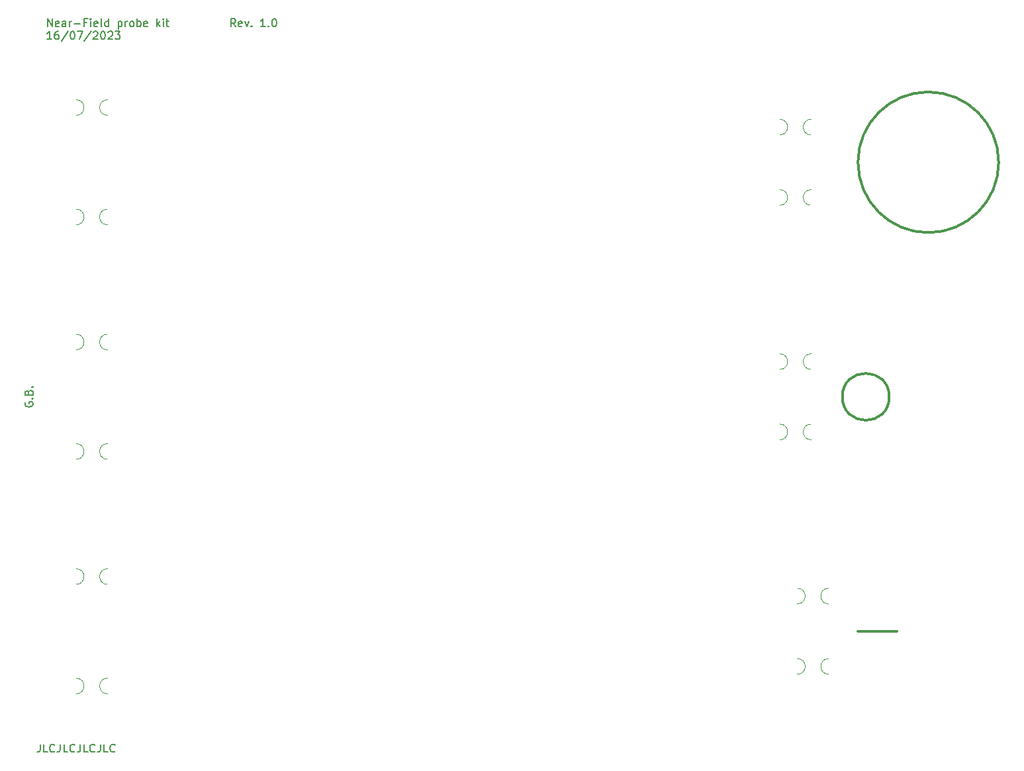
<source format=gto>
G04 #@! TF.GenerationSoftware,KiCad,Pcbnew,(6.0.1)*
G04 #@! TF.CreationDate,2023-07-16T14:40:23+02:00*
G04 #@! TF.ProjectId,panel,70616e65-6c2e-46b6-9963-61645f706362,rev?*
G04 #@! TF.SameCoordinates,Original*
G04 #@! TF.FileFunction,Legend,Top*
G04 #@! TF.FilePolarity,Positive*
%FSLAX46Y46*%
G04 Gerber Fmt 4.6, Leading zero omitted, Abs format (unit mm)*
G04 Created by KiCad (PCBNEW (6.0.1)) date 2023-07-16 14:40:23*
%MOMM*%
%LPD*%
G01*
G04 APERTURE LIST*
%ADD10C,0.300000*%
%ADD11C,0.150000*%
%ADD12C,0.100000*%
%ADD13C,0.010000*%
%ADD14C,0.500000*%
%ADD15R,5.080000X1.500000*%
G04 APERTURE END LIST*
D10*
X191000000Y-61000000D02*
G75*
G03*
X191000000Y-61000000I-9000000J0D01*
G01*
X178000000Y-121000000D02*
X173000000Y-121000000D01*
X177000000Y-91000000D02*
G75*
G03*
X177000000Y-91000000I-3000000J0D01*
G01*
D11*
X68380952Y-135452380D02*
X68380952Y-136166666D01*
X68333333Y-136309523D01*
X68238095Y-136404761D01*
X68095238Y-136452380D01*
X68000000Y-136452380D01*
X69333333Y-136452380D02*
X68857142Y-136452380D01*
X68857142Y-135452380D01*
X70238095Y-136357142D02*
X70190476Y-136404761D01*
X70047619Y-136452380D01*
X69952380Y-136452380D01*
X69809523Y-136404761D01*
X69714285Y-136309523D01*
X69666666Y-136214285D01*
X69619047Y-136023809D01*
X69619047Y-135880952D01*
X69666666Y-135690476D01*
X69714285Y-135595238D01*
X69809523Y-135500000D01*
X69952380Y-135452380D01*
X70047619Y-135452380D01*
X70190476Y-135500000D01*
X70238095Y-135547619D01*
X70952380Y-135452380D02*
X70952380Y-136166666D01*
X70904761Y-136309523D01*
X70809523Y-136404761D01*
X70666666Y-136452380D01*
X70571428Y-136452380D01*
X71904761Y-136452380D02*
X71428571Y-136452380D01*
X71428571Y-135452380D01*
X72809523Y-136357142D02*
X72761904Y-136404761D01*
X72619047Y-136452380D01*
X72523809Y-136452380D01*
X72380952Y-136404761D01*
X72285714Y-136309523D01*
X72238095Y-136214285D01*
X72190476Y-136023809D01*
X72190476Y-135880952D01*
X72238095Y-135690476D01*
X72285714Y-135595238D01*
X72380952Y-135500000D01*
X72523809Y-135452380D01*
X72619047Y-135452380D01*
X72761904Y-135500000D01*
X72809523Y-135547619D01*
X73523809Y-135452380D02*
X73523809Y-136166666D01*
X73476190Y-136309523D01*
X73380952Y-136404761D01*
X73238095Y-136452380D01*
X73142857Y-136452380D01*
X74476190Y-136452380D02*
X74000000Y-136452380D01*
X74000000Y-135452380D01*
X75380952Y-136357142D02*
X75333333Y-136404761D01*
X75190476Y-136452380D01*
X75095238Y-136452380D01*
X74952380Y-136404761D01*
X74857142Y-136309523D01*
X74809523Y-136214285D01*
X74761904Y-136023809D01*
X74761904Y-135880952D01*
X74809523Y-135690476D01*
X74857142Y-135595238D01*
X74952380Y-135500000D01*
X75095238Y-135452380D01*
X75190476Y-135452380D01*
X75333333Y-135500000D01*
X75380952Y-135547619D01*
X76095238Y-135452380D02*
X76095238Y-136166666D01*
X76047619Y-136309523D01*
X75952380Y-136404761D01*
X75809523Y-136452380D01*
X75714285Y-136452380D01*
X77047619Y-136452380D02*
X76571428Y-136452380D01*
X76571428Y-135452380D01*
X77952380Y-136357142D02*
X77904761Y-136404761D01*
X77761904Y-136452380D01*
X77666666Y-136452380D01*
X77523809Y-136404761D01*
X77428571Y-136309523D01*
X77380952Y-136214285D01*
X77333333Y-136023809D01*
X77333333Y-135880952D01*
X77380952Y-135690476D01*
X77428571Y-135595238D01*
X77523809Y-135500000D01*
X77666666Y-135452380D01*
X77761904Y-135452380D01*
X77904761Y-135500000D01*
X77952380Y-135547619D01*
X69335595Y-43647380D02*
X69335595Y-42647380D01*
X69907023Y-43647380D01*
X69907023Y-42647380D01*
X70764166Y-43599761D02*
X70668928Y-43647380D01*
X70478452Y-43647380D01*
X70383214Y-43599761D01*
X70335595Y-43504523D01*
X70335595Y-43123571D01*
X70383214Y-43028333D01*
X70478452Y-42980714D01*
X70668928Y-42980714D01*
X70764166Y-43028333D01*
X70811785Y-43123571D01*
X70811785Y-43218809D01*
X70335595Y-43314047D01*
X71668928Y-43647380D02*
X71668928Y-43123571D01*
X71621309Y-43028333D01*
X71526071Y-42980714D01*
X71335595Y-42980714D01*
X71240357Y-43028333D01*
X71668928Y-43599761D02*
X71573690Y-43647380D01*
X71335595Y-43647380D01*
X71240357Y-43599761D01*
X71192738Y-43504523D01*
X71192738Y-43409285D01*
X71240357Y-43314047D01*
X71335595Y-43266428D01*
X71573690Y-43266428D01*
X71668928Y-43218809D01*
X72145119Y-43647380D02*
X72145119Y-42980714D01*
X72145119Y-43171190D02*
X72192738Y-43075952D01*
X72240357Y-43028333D01*
X72335595Y-42980714D01*
X72430833Y-42980714D01*
X72764166Y-43266428D02*
X73526071Y-43266428D01*
X74335595Y-43123571D02*
X74002261Y-43123571D01*
X74002261Y-43647380D02*
X74002261Y-42647380D01*
X74478452Y-42647380D01*
X74859404Y-43647380D02*
X74859404Y-42980714D01*
X74859404Y-42647380D02*
X74811785Y-42695000D01*
X74859404Y-42742619D01*
X74907023Y-42695000D01*
X74859404Y-42647380D01*
X74859404Y-42742619D01*
X75716547Y-43599761D02*
X75621309Y-43647380D01*
X75430833Y-43647380D01*
X75335595Y-43599761D01*
X75287976Y-43504523D01*
X75287976Y-43123571D01*
X75335595Y-43028333D01*
X75430833Y-42980714D01*
X75621309Y-42980714D01*
X75716547Y-43028333D01*
X75764166Y-43123571D01*
X75764166Y-43218809D01*
X75287976Y-43314047D01*
X76335595Y-43647380D02*
X76240357Y-43599761D01*
X76192738Y-43504523D01*
X76192738Y-42647380D01*
X77145119Y-43647380D02*
X77145119Y-42647380D01*
X77145119Y-43599761D02*
X77049880Y-43647380D01*
X76859404Y-43647380D01*
X76764166Y-43599761D01*
X76716547Y-43552142D01*
X76668928Y-43456904D01*
X76668928Y-43171190D01*
X76716547Y-43075952D01*
X76764166Y-43028333D01*
X76859404Y-42980714D01*
X77049880Y-42980714D01*
X77145119Y-43028333D01*
X78383214Y-42980714D02*
X78383214Y-43980714D01*
X78383214Y-43028333D02*
X78478452Y-42980714D01*
X78668928Y-42980714D01*
X78764166Y-43028333D01*
X78811785Y-43075952D01*
X78859404Y-43171190D01*
X78859404Y-43456904D01*
X78811785Y-43552142D01*
X78764166Y-43599761D01*
X78668928Y-43647380D01*
X78478452Y-43647380D01*
X78383214Y-43599761D01*
X79287976Y-43647380D02*
X79287976Y-42980714D01*
X79287976Y-43171190D02*
X79335595Y-43075952D01*
X79383214Y-43028333D01*
X79478452Y-42980714D01*
X79573690Y-42980714D01*
X80049880Y-43647380D02*
X79954642Y-43599761D01*
X79907023Y-43552142D01*
X79859404Y-43456904D01*
X79859404Y-43171190D01*
X79907023Y-43075952D01*
X79954642Y-43028333D01*
X80049880Y-42980714D01*
X80192738Y-42980714D01*
X80287976Y-43028333D01*
X80335595Y-43075952D01*
X80383214Y-43171190D01*
X80383214Y-43456904D01*
X80335595Y-43552142D01*
X80287976Y-43599761D01*
X80192738Y-43647380D01*
X80049880Y-43647380D01*
X80811785Y-43647380D02*
X80811785Y-42647380D01*
X80811785Y-43028333D02*
X80907023Y-42980714D01*
X81097500Y-42980714D01*
X81192738Y-43028333D01*
X81240357Y-43075952D01*
X81287976Y-43171190D01*
X81287976Y-43456904D01*
X81240357Y-43552142D01*
X81192738Y-43599761D01*
X81097500Y-43647380D01*
X80907023Y-43647380D01*
X80811785Y-43599761D01*
X82097500Y-43599761D02*
X82002261Y-43647380D01*
X81811785Y-43647380D01*
X81716547Y-43599761D01*
X81668928Y-43504523D01*
X81668928Y-43123571D01*
X81716547Y-43028333D01*
X81811785Y-42980714D01*
X82002261Y-42980714D01*
X82097500Y-43028333D01*
X82145119Y-43123571D01*
X82145119Y-43218809D01*
X81668928Y-43314047D01*
X83335595Y-43647380D02*
X83335595Y-42647380D01*
X83430833Y-43266428D02*
X83716547Y-43647380D01*
X83716547Y-42980714D02*
X83335595Y-43361666D01*
X84145119Y-43647380D02*
X84145119Y-42980714D01*
X84145119Y-42647380D02*
X84097500Y-42695000D01*
X84145119Y-42742619D01*
X84192738Y-42695000D01*
X84145119Y-42647380D01*
X84145119Y-42742619D01*
X84478452Y-42980714D02*
X84859404Y-42980714D01*
X84621309Y-42647380D02*
X84621309Y-43504523D01*
X84668928Y-43599761D01*
X84764166Y-43647380D01*
X84859404Y-43647380D01*
X93383214Y-43647380D02*
X93049880Y-43171190D01*
X92811785Y-43647380D02*
X92811785Y-42647380D01*
X93192738Y-42647380D01*
X93287976Y-42695000D01*
X93335595Y-42742619D01*
X93383214Y-42837857D01*
X93383214Y-42980714D01*
X93335595Y-43075952D01*
X93287976Y-43123571D01*
X93192738Y-43171190D01*
X92811785Y-43171190D01*
X94192738Y-43599761D02*
X94097499Y-43647380D01*
X93907023Y-43647380D01*
X93811785Y-43599761D01*
X93764166Y-43504523D01*
X93764166Y-43123571D01*
X93811785Y-43028333D01*
X93907023Y-42980714D01*
X94097499Y-42980714D01*
X94192738Y-43028333D01*
X94240357Y-43123571D01*
X94240357Y-43218809D01*
X93764166Y-43314047D01*
X94573690Y-42980714D02*
X94811785Y-43647380D01*
X95049880Y-42980714D01*
X95430833Y-43552142D02*
X95478452Y-43599761D01*
X95430833Y-43647380D01*
X95383214Y-43599761D01*
X95430833Y-43552142D01*
X95430833Y-43647380D01*
X97192738Y-43647380D02*
X96621309Y-43647380D01*
X96907023Y-43647380D02*
X96907023Y-42647380D01*
X96811785Y-42790238D01*
X96716547Y-42885476D01*
X96621309Y-42933095D01*
X97621309Y-43552142D02*
X97668928Y-43599761D01*
X97621309Y-43647380D01*
X97573690Y-43599761D01*
X97621309Y-43552142D01*
X97621309Y-43647380D01*
X98287976Y-42647380D02*
X98383214Y-42647380D01*
X98478452Y-42695000D01*
X98526071Y-42742619D01*
X98573690Y-42837857D01*
X98621309Y-43028333D01*
X98621309Y-43266428D01*
X98573690Y-43456904D01*
X98526071Y-43552142D01*
X98478452Y-43599761D01*
X98383214Y-43647380D01*
X98287976Y-43647380D01*
X98192738Y-43599761D01*
X98145119Y-43552142D01*
X98097500Y-43456904D01*
X98049880Y-43266428D01*
X98049880Y-43028333D01*
X98097500Y-42837857D01*
X98145119Y-42742619D01*
X98192738Y-42695000D01*
X98287976Y-42647380D01*
X69859404Y-45257380D02*
X69287976Y-45257380D01*
X69573690Y-45257380D02*
X69573690Y-44257380D01*
X69478452Y-44400238D01*
X69383214Y-44495476D01*
X69287976Y-44543095D01*
X70716547Y-44257380D02*
X70526071Y-44257380D01*
X70430833Y-44305000D01*
X70383214Y-44352619D01*
X70287976Y-44495476D01*
X70240357Y-44685952D01*
X70240357Y-45066904D01*
X70287976Y-45162142D01*
X70335595Y-45209761D01*
X70430833Y-45257380D01*
X70621309Y-45257380D01*
X70716547Y-45209761D01*
X70764166Y-45162142D01*
X70811785Y-45066904D01*
X70811785Y-44828809D01*
X70764166Y-44733571D01*
X70716547Y-44685952D01*
X70621309Y-44638333D01*
X70430833Y-44638333D01*
X70335595Y-44685952D01*
X70287976Y-44733571D01*
X70240357Y-44828809D01*
X71954642Y-44209761D02*
X71097500Y-45495476D01*
X72478452Y-44257380D02*
X72573690Y-44257380D01*
X72668928Y-44305000D01*
X72716547Y-44352619D01*
X72764166Y-44447857D01*
X72811785Y-44638333D01*
X72811785Y-44876428D01*
X72764166Y-45066904D01*
X72716547Y-45162142D01*
X72668928Y-45209761D01*
X72573690Y-45257380D01*
X72478452Y-45257380D01*
X72383214Y-45209761D01*
X72335595Y-45162142D01*
X72287976Y-45066904D01*
X72240357Y-44876428D01*
X72240357Y-44638333D01*
X72287976Y-44447857D01*
X72335595Y-44352619D01*
X72383214Y-44305000D01*
X72478452Y-44257380D01*
X73145119Y-44257380D02*
X73811785Y-44257380D01*
X73383214Y-45257380D01*
X74907023Y-44209761D02*
X74049880Y-45495476D01*
X75192738Y-44352619D02*
X75240357Y-44305000D01*
X75335595Y-44257380D01*
X75573690Y-44257380D01*
X75668928Y-44305000D01*
X75716547Y-44352619D01*
X75764166Y-44447857D01*
X75764166Y-44543095D01*
X75716547Y-44685952D01*
X75145119Y-45257380D01*
X75764166Y-45257380D01*
X76383214Y-44257380D02*
X76478452Y-44257380D01*
X76573690Y-44305000D01*
X76621309Y-44352619D01*
X76668928Y-44447857D01*
X76716547Y-44638333D01*
X76716547Y-44876428D01*
X76668928Y-45066904D01*
X76621309Y-45162142D01*
X76573690Y-45209761D01*
X76478452Y-45257380D01*
X76383214Y-45257380D01*
X76287976Y-45209761D01*
X76240357Y-45162142D01*
X76192738Y-45066904D01*
X76145119Y-44876428D01*
X76145119Y-44638333D01*
X76192738Y-44447857D01*
X76240357Y-44352619D01*
X76287976Y-44305000D01*
X76383214Y-44257380D01*
X77097500Y-44352619D02*
X77145119Y-44305000D01*
X77240357Y-44257380D01*
X77478452Y-44257380D01*
X77573690Y-44305000D01*
X77621309Y-44352619D01*
X77668928Y-44447857D01*
X77668928Y-44543095D01*
X77621309Y-44685952D01*
X77049880Y-45257380D01*
X77668928Y-45257380D01*
X78002261Y-44257380D02*
X78621309Y-44257380D01*
X78287976Y-44638333D01*
X78430833Y-44638333D01*
X78526071Y-44685952D01*
X78573690Y-44733571D01*
X78621309Y-44828809D01*
X78621309Y-45066904D01*
X78573690Y-45162142D01*
X78526071Y-45209761D01*
X78430833Y-45257380D01*
X78145119Y-45257380D01*
X78049880Y-45209761D01*
X78002261Y-45162142D01*
X66500000Y-91714285D02*
X66452380Y-91809523D01*
X66452380Y-91952380D01*
X66500000Y-92095238D01*
X66595238Y-92190476D01*
X66690476Y-92238095D01*
X66880952Y-92285714D01*
X67023809Y-92285714D01*
X67214285Y-92238095D01*
X67309523Y-92190476D01*
X67404761Y-92095238D01*
X67452380Y-91952380D01*
X67452380Y-91857142D01*
X67404761Y-91714285D01*
X67357142Y-91666666D01*
X67023809Y-91666666D01*
X67023809Y-91857142D01*
X67357142Y-91238095D02*
X67404761Y-91190476D01*
X67452380Y-91238095D01*
X67404761Y-91285714D01*
X67357142Y-91238095D01*
X67452380Y-91238095D01*
X66928571Y-90428571D02*
X66976190Y-90285714D01*
X67023809Y-90238095D01*
X67119047Y-90190476D01*
X67261904Y-90190476D01*
X67357142Y-90238095D01*
X67404761Y-90285714D01*
X67452380Y-90380952D01*
X67452380Y-90761904D01*
X66452380Y-90761904D01*
X66452380Y-90428571D01*
X66500000Y-90333333D01*
X66547619Y-90285714D01*
X66642857Y-90238095D01*
X66738095Y-90238095D01*
X66833333Y-90285714D01*
X66880952Y-90333333D01*
X66928571Y-90428571D01*
X66928571Y-90761904D01*
X67357142Y-89761904D02*
X67404761Y-89714285D01*
X67452380Y-89761904D01*
X67404761Y-89809523D01*
X67357142Y-89761904D01*
X67452380Y-89761904D01*
D12*
X165250000Y-126500000D02*
G75*
G03*
X165250000Y-124500000I0J1000000D01*
G01*
X169250000Y-124500000D02*
G75*
G03*
X169250000Y-126500000I0J-1000000D01*
G01*
X77000000Y-127000000D02*
G75*
G03*
X77000000Y-129000000I0J-1000000D01*
G01*
X73000000Y-129000000D02*
G75*
G03*
X73000000Y-127000000I0J1000000D01*
G01*
X165250000Y-117500000D02*
G75*
G03*
X165250000Y-115500000I0J1000000D01*
G01*
X169250000Y-115500000D02*
G75*
G03*
X169250000Y-117500000I0J-1000000D01*
G01*
X77000000Y-113000000D02*
G75*
G03*
X77000000Y-115000000I0J-1000000D01*
G01*
X73000000Y-115000000D02*
G75*
G03*
X73000000Y-113000000I0J1000000D01*
G01*
X167000000Y-94500000D02*
G75*
G03*
X167000000Y-96500000I0J-1000000D01*
G01*
X163000000Y-96500000D02*
G75*
G03*
X163000000Y-94500000I0J1000000D01*
G01*
X167000000Y-55500000D02*
G75*
G03*
X167000000Y-57500000I0J-1000000D01*
G01*
X163000000Y-57500000D02*
G75*
G03*
X163000000Y-55500000I0J1000000D01*
G01*
X77000000Y-83000000D02*
G75*
G03*
X77000000Y-85000000I0J-1000000D01*
G01*
X73000000Y-85000000D02*
G75*
G03*
X73000000Y-83000000I0J1000000D01*
G01*
X163000000Y-66500000D02*
G75*
G03*
X163000000Y-64500000I0J1000000D01*
G01*
X167000000Y-64500000D02*
G75*
G03*
X167000000Y-66500000I0J-1000000D01*
G01*
X77000000Y-67000000D02*
G75*
G03*
X77000000Y-69000000I0J-1000000D01*
G01*
X73000000Y-69000000D02*
G75*
G03*
X73000000Y-67000000I0J1000000D01*
G01*
X77000000Y-53000000D02*
G75*
G03*
X77000000Y-55000000I0J-1000000D01*
G01*
X73000000Y-55000000D02*
G75*
G03*
X73000000Y-53000000I0J1000000D01*
G01*
X163000000Y-87500000D02*
G75*
G03*
X163000000Y-85500000I0J1000000D01*
G01*
X167000000Y-85500000D02*
G75*
G03*
X167000000Y-87500000I0J-1000000D01*
G01*
X73000000Y-99000000D02*
G75*
G03*
X73000000Y-97000000I0J1000000D01*
G01*
X77000000Y-97000000D02*
G75*
G03*
X77000000Y-99000000I0J-1000000D01*
G01*
%LPC*%
D11*
X82523809Y-91452380D02*
X82523809Y-90452380D01*
X82523809Y-90928571D02*
X83095238Y-90928571D01*
X83095238Y-91452380D02*
X83095238Y-90452380D01*
X83571428Y-91071428D02*
X84333333Y-91071428D01*
X85142857Y-90928571D02*
X84809523Y-90928571D01*
X84809523Y-91452380D02*
X84809523Y-90452380D01*
X85285714Y-90452380D01*
X85666666Y-91452380D02*
X85666666Y-90785714D01*
X85666666Y-90452380D02*
X85619047Y-90500000D01*
X85666666Y-90547619D01*
X85714285Y-90500000D01*
X85666666Y-90452380D01*
X85666666Y-90547619D01*
X86523809Y-91404761D02*
X86428571Y-91452380D01*
X86238095Y-91452380D01*
X86142857Y-91404761D01*
X86095238Y-91309523D01*
X86095238Y-90928571D01*
X86142857Y-90833333D01*
X86238095Y-90785714D01*
X86428571Y-90785714D01*
X86523809Y-90833333D01*
X86571428Y-90928571D01*
X86571428Y-91023809D01*
X86095238Y-91119047D01*
X87142857Y-91452380D02*
X87047619Y-91404761D01*
X87000000Y-91309523D01*
X87000000Y-90452380D01*
X87952380Y-91452380D02*
X87952380Y-90452380D01*
X87952380Y-91404761D02*
X87857142Y-91452380D01*
X87666666Y-91452380D01*
X87571428Y-91404761D01*
X87523809Y-91357142D01*
X87476190Y-91261904D01*
X87476190Y-90976190D01*
X87523809Y-90880952D01*
X87571428Y-90833333D01*
X87666666Y-90785714D01*
X87857142Y-90785714D01*
X87952380Y-90833333D01*
X89190476Y-91452380D02*
X89190476Y-90452380D01*
X89571428Y-90452380D01*
X89666666Y-90500000D01*
X89714285Y-90547619D01*
X89761904Y-90642857D01*
X89761904Y-90785714D01*
X89714285Y-90880952D01*
X89666666Y-90928571D01*
X89571428Y-90976190D01*
X89190476Y-90976190D01*
X90190476Y-91452380D02*
X90190476Y-90785714D01*
X90190476Y-90976190D02*
X90238095Y-90880952D01*
X90285714Y-90833333D01*
X90380952Y-90785714D01*
X90476190Y-90785714D01*
X90952380Y-91452380D02*
X90857142Y-91404761D01*
X90809523Y-91357142D01*
X90761904Y-91261904D01*
X90761904Y-90976190D01*
X90809523Y-90880952D01*
X90857142Y-90833333D01*
X90952380Y-90785714D01*
X91095238Y-90785714D01*
X91190476Y-90833333D01*
X91238095Y-90880952D01*
X91285714Y-90976190D01*
X91285714Y-91261904D01*
X91238095Y-91357142D01*
X91190476Y-91404761D01*
X91095238Y-91452380D01*
X90952380Y-91452380D01*
X91714285Y-91452380D02*
X91714285Y-90452380D01*
X91714285Y-90833333D02*
X91809523Y-90785714D01*
X92000000Y-90785714D01*
X92095238Y-90833333D01*
X92142857Y-90880952D01*
X92190476Y-90976190D01*
X92190476Y-91261904D01*
X92142857Y-91357142D01*
X92095238Y-91404761D01*
X92000000Y-91452380D01*
X91809523Y-91452380D01*
X91714285Y-91404761D01*
X93000000Y-91404761D02*
X92904761Y-91452380D01*
X92714285Y-91452380D01*
X92619047Y-91404761D01*
X92571428Y-91309523D01*
X92571428Y-90928571D01*
X92619047Y-90833333D01*
X92714285Y-90785714D01*
X92904761Y-90785714D01*
X93000000Y-90833333D01*
X93047619Y-90928571D01*
X93047619Y-91023809D01*
X92571428Y-91119047D01*
X94238095Y-91071428D02*
X95000000Y-91071428D01*
X96666666Y-90452380D02*
X96476190Y-90452380D01*
X96380952Y-90500000D01*
X96333333Y-90547619D01*
X96238095Y-90690476D01*
X96190476Y-90880952D01*
X96190476Y-91261904D01*
X96238095Y-91357142D01*
X96285714Y-91404761D01*
X96380952Y-91452380D01*
X96571428Y-91452380D01*
X96666666Y-91404761D01*
X96714285Y-91357142D01*
X96761904Y-91261904D01*
X96761904Y-91023809D01*
X96714285Y-90928571D01*
X96666666Y-90880952D01*
X96571428Y-90833333D01*
X96380952Y-90833333D01*
X96285714Y-90880952D01*
X96238095Y-90928571D01*
X96190476Y-91023809D01*
X97190476Y-91452380D02*
X97190476Y-90785714D01*
X97190476Y-90880952D02*
X97238095Y-90833333D01*
X97333333Y-90785714D01*
X97476190Y-90785714D01*
X97571428Y-90833333D01*
X97619047Y-90928571D01*
X97619047Y-91452380D01*
X97619047Y-90928571D02*
X97666666Y-90833333D01*
X97761904Y-90785714D01*
X97904761Y-90785714D01*
X98000000Y-90833333D01*
X98047619Y-90928571D01*
X98047619Y-91452380D01*
X98523809Y-91452380D02*
X98523809Y-90785714D01*
X98523809Y-90880952D02*
X98571428Y-90833333D01*
X98666666Y-90785714D01*
X98809523Y-90785714D01*
X98904761Y-90833333D01*
X98952380Y-90928571D01*
X98952380Y-91452380D01*
X98952380Y-90928571D02*
X99000000Y-90833333D01*
X99095238Y-90785714D01*
X99238095Y-90785714D01*
X99333333Y-90833333D01*
X99380952Y-90928571D01*
X99380952Y-91452380D01*
X107285714Y-91452380D02*
X106952380Y-90976190D01*
X106714285Y-91452380D02*
X106714285Y-90452380D01*
X107095238Y-90452380D01*
X107190476Y-90500000D01*
X107238095Y-90547619D01*
X107285714Y-90642857D01*
X107285714Y-90785714D01*
X107238095Y-90880952D01*
X107190476Y-90928571D01*
X107095238Y-90976190D01*
X106714285Y-90976190D01*
X108095238Y-91404761D02*
X107999999Y-91452380D01*
X107809523Y-91452380D01*
X107714285Y-91404761D01*
X107666666Y-91309523D01*
X107666666Y-90928571D01*
X107714285Y-90833333D01*
X107809523Y-90785714D01*
X107999999Y-90785714D01*
X108095238Y-90833333D01*
X108142857Y-90928571D01*
X108142857Y-91023809D01*
X107666666Y-91119047D01*
X108476190Y-90785714D02*
X108714285Y-91452380D01*
X108952380Y-90785714D01*
X109333333Y-91357142D02*
X109380952Y-91404761D01*
X109333333Y-91452380D01*
X109285714Y-91404761D01*
X109333333Y-91357142D01*
X109333333Y-91452380D01*
X111095238Y-91452380D02*
X110523809Y-91452380D01*
X110809523Y-91452380D02*
X110809523Y-90452380D01*
X110714285Y-90595238D01*
X110619047Y-90690476D01*
X110523809Y-90738095D01*
X111523809Y-91357142D02*
X111571428Y-91404761D01*
X111523809Y-91452380D01*
X111476190Y-91404761D01*
X111523809Y-91357142D01*
X111523809Y-91452380D01*
X112190476Y-90452380D02*
X112285714Y-90452380D01*
X112380952Y-90500000D01*
X112428571Y-90547619D01*
X112476190Y-90642857D01*
X112523809Y-90833333D01*
X112523809Y-91071428D01*
X112476190Y-91261904D01*
X112428571Y-91357142D01*
X112380952Y-91404761D01*
X112285714Y-91452380D01*
X112190476Y-91452380D01*
X112095238Y-91404761D01*
X112047619Y-91357142D01*
X112000000Y-91261904D01*
X111952380Y-91071428D01*
X111952380Y-90833333D01*
X112000000Y-90642857D01*
X112047619Y-90547619D01*
X112095238Y-90500000D01*
X112190476Y-90452380D01*
X82595238Y-120928571D02*
X82928571Y-120928571D01*
X83071428Y-121452380D02*
X82595238Y-121452380D01*
X82595238Y-120452380D01*
X83071428Y-120452380D01*
X83500000Y-121071428D02*
X84261904Y-121071428D01*
X85071428Y-120928571D02*
X84738095Y-120928571D01*
X84738095Y-121452380D02*
X84738095Y-120452380D01*
X85214285Y-120452380D01*
X85595238Y-121452380D02*
X85595238Y-120785714D01*
X85595238Y-120452380D02*
X85547619Y-120500000D01*
X85595238Y-120547619D01*
X85642857Y-120500000D01*
X85595238Y-120452380D01*
X85595238Y-120547619D01*
X86452380Y-121404761D02*
X86357142Y-121452380D01*
X86166666Y-121452380D01*
X86071428Y-121404761D01*
X86023809Y-121309523D01*
X86023809Y-120928571D01*
X86071428Y-120833333D01*
X86166666Y-120785714D01*
X86357142Y-120785714D01*
X86452380Y-120833333D01*
X86500000Y-120928571D01*
X86500000Y-121023809D01*
X86023809Y-121119047D01*
X87071428Y-121452380D02*
X86976190Y-121404761D01*
X86928571Y-121309523D01*
X86928571Y-120452380D01*
X87880952Y-121452380D02*
X87880952Y-120452380D01*
X87880952Y-121404761D02*
X87785714Y-121452380D01*
X87595238Y-121452380D01*
X87500000Y-121404761D01*
X87452380Y-121357142D01*
X87404761Y-121261904D01*
X87404761Y-120976190D01*
X87452380Y-120880952D01*
X87500000Y-120833333D01*
X87595238Y-120785714D01*
X87785714Y-120785714D01*
X87880952Y-120833333D01*
X89119047Y-121452380D02*
X89119047Y-120452380D01*
X89500000Y-120452380D01*
X89595238Y-120500000D01*
X89642857Y-120547619D01*
X89690476Y-120642857D01*
X89690476Y-120785714D01*
X89642857Y-120880952D01*
X89595238Y-120928571D01*
X89500000Y-120976190D01*
X89119047Y-120976190D01*
X90119047Y-121452380D02*
X90119047Y-120785714D01*
X90119047Y-120976190D02*
X90166666Y-120880952D01*
X90214285Y-120833333D01*
X90309523Y-120785714D01*
X90404761Y-120785714D01*
X90880952Y-121452380D02*
X90785714Y-121404761D01*
X90738095Y-121357142D01*
X90690476Y-121261904D01*
X90690476Y-120976190D01*
X90738095Y-120880952D01*
X90785714Y-120833333D01*
X90880952Y-120785714D01*
X91023809Y-120785714D01*
X91119047Y-120833333D01*
X91166666Y-120880952D01*
X91214285Y-120976190D01*
X91214285Y-121261904D01*
X91166666Y-121357142D01*
X91119047Y-121404761D01*
X91023809Y-121452380D01*
X90880952Y-121452380D01*
X91642857Y-121452380D02*
X91642857Y-120452380D01*
X91642857Y-120833333D02*
X91738095Y-120785714D01*
X91928571Y-120785714D01*
X92023809Y-120833333D01*
X92071428Y-120880952D01*
X92119047Y-120976190D01*
X92119047Y-121261904D01*
X92071428Y-121357142D01*
X92023809Y-121404761D01*
X91928571Y-121452380D01*
X91738095Y-121452380D01*
X91642857Y-121404761D01*
X92928571Y-121404761D02*
X92833333Y-121452380D01*
X92642857Y-121452380D01*
X92547619Y-121404761D01*
X92500000Y-121309523D01*
X92500000Y-120928571D01*
X92547619Y-120833333D01*
X92642857Y-120785714D01*
X92833333Y-120785714D01*
X92928571Y-120833333D01*
X92976190Y-120928571D01*
X92976190Y-121023809D01*
X92500000Y-121119047D01*
X94166666Y-121071428D02*
X94928571Y-121071428D01*
X96642857Y-120452380D02*
X96166666Y-120452380D01*
X96119047Y-120928571D01*
X96166666Y-120880952D01*
X96261904Y-120833333D01*
X96499999Y-120833333D01*
X96595238Y-120880952D01*
X96642857Y-120928571D01*
X96690476Y-121023809D01*
X96690476Y-121261904D01*
X96642857Y-121357142D01*
X96595238Y-121404761D01*
X96499999Y-121452380D01*
X96261904Y-121452380D01*
X96166666Y-121404761D01*
X96119047Y-121357142D01*
X97119047Y-121452380D02*
X97119047Y-120785714D01*
X97119047Y-120880952D02*
X97166666Y-120833333D01*
X97261904Y-120785714D01*
X97404761Y-120785714D01*
X97499999Y-120833333D01*
X97547619Y-120928571D01*
X97547619Y-121452380D01*
X97547619Y-120928571D02*
X97595238Y-120833333D01*
X97690476Y-120785714D01*
X97833333Y-120785714D01*
X97928571Y-120833333D01*
X97976190Y-120928571D01*
X97976190Y-121452380D01*
X98452380Y-121452380D02*
X98452380Y-120785714D01*
X98452380Y-120880952D02*
X98499999Y-120833333D01*
X98595238Y-120785714D01*
X98738095Y-120785714D01*
X98833333Y-120833333D01*
X98880952Y-120928571D01*
X98880952Y-121452380D01*
X98880952Y-120928571D02*
X98928571Y-120833333D01*
X99023809Y-120785714D01*
X99166666Y-120785714D01*
X99261904Y-120833333D01*
X99309523Y-120928571D01*
X99309523Y-121452380D01*
X107214285Y-121452380D02*
X106880952Y-120976190D01*
X106642857Y-121452380D02*
X106642857Y-120452380D01*
X107023809Y-120452380D01*
X107119047Y-120500000D01*
X107166666Y-120547619D01*
X107214285Y-120642857D01*
X107214285Y-120785714D01*
X107166666Y-120880952D01*
X107119047Y-120928571D01*
X107023809Y-120976190D01*
X106642857Y-120976190D01*
X108023809Y-121404761D02*
X107928571Y-121452380D01*
X107738095Y-121452380D01*
X107642857Y-121404761D01*
X107595238Y-121309523D01*
X107595238Y-120928571D01*
X107642857Y-120833333D01*
X107738095Y-120785714D01*
X107928571Y-120785714D01*
X108023809Y-120833333D01*
X108071428Y-120928571D01*
X108071428Y-121023809D01*
X107595238Y-121119047D01*
X108404761Y-120785714D02*
X108642857Y-121452380D01*
X108880952Y-120785714D01*
X109261904Y-121357142D02*
X109309523Y-121404761D01*
X109261904Y-121452380D01*
X109214285Y-121404761D01*
X109261904Y-121357142D01*
X109261904Y-121452380D01*
X111023809Y-121452380D02*
X110452380Y-121452380D01*
X110738095Y-121452380D02*
X110738095Y-120452380D01*
X110642857Y-120595238D01*
X110547619Y-120690476D01*
X110452380Y-120738095D01*
X111452380Y-121357142D02*
X111499999Y-121404761D01*
X111452380Y-121452380D01*
X111404761Y-121404761D01*
X111452380Y-121357142D01*
X111452380Y-121452380D01*
X112119047Y-120452380D02*
X112214285Y-120452380D01*
X112309523Y-120500000D01*
X112357142Y-120547619D01*
X112404761Y-120642857D01*
X112452380Y-120833333D01*
X112452380Y-121071428D01*
X112404761Y-121261904D01*
X112357142Y-121357142D01*
X112309523Y-121404761D01*
X112214285Y-121452380D01*
X112119047Y-121452380D01*
X112023809Y-121404761D01*
X111976190Y-121357142D01*
X111928571Y-121261904D01*
X111880952Y-121071428D01*
X111880952Y-120833333D01*
X111928571Y-120642857D01*
X111976190Y-120547619D01*
X112023809Y-120500000D01*
X112119047Y-120452380D01*
X82047619Y-61452380D02*
X82047619Y-60452380D01*
X82047619Y-60928571D02*
X82619047Y-60928571D01*
X82619047Y-61452380D02*
X82619047Y-60452380D01*
X83095238Y-61071428D02*
X83857142Y-61071428D01*
X84666666Y-60928571D02*
X84333333Y-60928571D01*
X84333333Y-61452380D02*
X84333333Y-60452380D01*
X84809523Y-60452380D01*
X85190476Y-61452380D02*
X85190476Y-60785714D01*
X85190476Y-60452380D02*
X85142857Y-60500000D01*
X85190476Y-60547619D01*
X85238095Y-60500000D01*
X85190476Y-60452380D01*
X85190476Y-60547619D01*
X86047619Y-61404761D02*
X85952380Y-61452380D01*
X85761904Y-61452380D01*
X85666666Y-61404761D01*
X85619047Y-61309523D01*
X85619047Y-60928571D01*
X85666666Y-60833333D01*
X85761904Y-60785714D01*
X85952380Y-60785714D01*
X86047619Y-60833333D01*
X86095238Y-60928571D01*
X86095238Y-61023809D01*
X85619047Y-61119047D01*
X86666666Y-61452380D02*
X86571428Y-61404761D01*
X86523809Y-61309523D01*
X86523809Y-60452380D01*
X87476190Y-61452380D02*
X87476190Y-60452380D01*
X87476190Y-61404761D02*
X87380952Y-61452380D01*
X87190476Y-61452380D01*
X87095238Y-61404761D01*
X87047619Y-61357142D01*
X87000000Y-61261904D01*
X87000000Y-60976190D01*
X87047619Y-60880952D01*
X87095238Y-60833333D01*
X87190476Y-60785714D01*
X87380952Y-60785714D01*
X87476190Y-60833333D01*
X88714285Y-61452380D02*
X88714285Y-60452380D01*
X89095238Y-60452380D01*
X89190476Y-60500000D01*
X89238095Y-60547619D01*
X89285714Y-60642857D01*
X89285714Y-60785714D01*
X89238095Y-60880952D01*
X89190476Y-60928571D01*
X89095238Y-60976190D01*
X88714285Y-60976190D01*
X89714285Y-61452380D02*
X89714285Y-60785714D01*
X89714285Y-60976190D02*
X89761904Y-60880952D01*
X89809523Y-60833333D01*
X89904761Y-60785714D01*
X90000000Y-60785714D01*
X90476190Y-61452380D02*
X90380952Y-61404761D01*
X90333333Y-61357142D01*
X90285714Y-61261904D01*
X90285714Y-60976190D01*
X90333333Y-60880952D01*
X90380952Y-60833333D01*
X90476190Y-60785714D01*
X90619047Y-60785714D01*
X90714285Y-60833333D01*
X90761904Y-60880952D01*
X90809523Y-60976190D01*
X90809523Y-61261904D01*
X90761904Y-61357142D01*
X90714285Y-61404761D01*
X90619047Y-61452380D01*
X90476190Y-61452380D01*
X91238095Y-61452380D02*
X91238095Y-60452380D01*
X91238095Y-60833333D02*
X91333333Y-60785714D01*
X91523809Y-60785714D01*
X91619047Y-60833333D01*
X91666666Y-60880952D01*
X91714285Y-60976190D01*
X91714285Y-61261904D01*
X91666666Y-61357142D01*
X91619047Y-61404761D01*
X91523809Y-61452380D01*
X91333333Y-61452380D01*
X91238095Y-61404761D01*
X92523809Y-61404761D02*
X92428571Y-61452380D01*
X92238095Y-61452380D01*
X92142857Y-61404761D01*
X92095238Y-61309523D01*
X92095238Y-60928571D01*
X92142857Y-60833333D01*
X92238095Y-60785714D01*
X92428571Y-60785714D01*
X92523809Y-60833333D01*
X92571428Y-60928571D01*
X92571428Y-61023809D01*
X92095238Y-61119047D01*
X93761904Y-61071428D02*
X94523809Y-61071428D01*
X96285714Y-61452380D02*
X95714285Y-61452380D01*
X96000000Y-61452380D02*
X96000000Y-60452380D01*
X95904761Y-60595238D01*
X95809523Y-60690476D01*
X95714285Y-60738095D01*
X96857142Y-60880952D02*
X96761904Y-60833333D01*
X96714285Y-60785714D01*
X96666666Y-60690476D01*
X96666666Y-60642857D01*
X96714285Y-60547619D01*
X96761904Y-60500000D01*
X96857142Y-60452380D01*
X97047619Y-60452380D01*
X97142857Y-60500000D01*
X97190476Y-60547619D01*
X97238095Y-60642857D01*
X97238095Y-60690476D01*
X97190476Y-60785714D01*
X97142857Y-60833333D01*
X97047619Y-60880952D01*
X96857142Y-60880952D01*
X96761904Y-60928571D01*
X96714285Y-60976190D01*
X96666666Y-61071428D01*
X96666666Y-61261904D01*
X96714285Y-61357142D01*
X96761904Y-61404761D01*
X96857142Y-61452380D01*
X97047619Y-61452380D01*
X97142857Y-61404761D01*
X97190476Y-61357142D01*
X97238095Y-61261904D01*
X97238095Y-61071428D01*
X97190476Y-60976190D01*
X97142857Y-60928571D01*
X97047619Y-60880952D01*
X97666666Y-61452380D02*
X97666666Y-60785714D01*
X97666666Y-60880952D02*
X97714285Y-60833333D01*
X97809523Y-60785714D01*
X97952380Y-60785714D01*
X98047619Y-60833333D01*
X98095238Y-60928571D01*
X98095238Y-61452380D01*
X98095238Y-60928571D02*
X98142857Y-60833333D01*
X98238095Y-60785714D01*
X98380952Y-60785714D01*
X98476190Y-60833333D01*
X98523809Y-60928571D01*
X98523809Y-61452380D01*
X99000000Y-61452380D02*
X99000000Y-60785714D01*
X99000000Y-60880952D02*
X99047619Y-60833333D01*
X99142857Y-60785714D01*
X99285714Y-60785714D01*
X99380952Y-60833333D01*
X99428571Y-60928571D01*
X99428571Y-61452380D01*
X99428571Y-60928571D02*
X99476190Y-60833333D01*
X99571428Y-60785714D01*
X99714285Y-60785714D01*
X99809523Y-60833333D01*
X99857142Y-60928571D01*
X99857142Y-61452380D01*
X107761904Y-61452380D02*
X107428571Y-60976190D01*
X107190476Y-61452380D02*
X107190476Y-60452380D01*
X107571428Y-60452380D01*
X107666666Y-60500000D01*
X107714285Y-60547619D01*
X107761904Y-60642857D01*
X107761904Y-60785714D01*
X107714285Y-60880952D01*
X107666666Y-60928571D01*
X107571428Y-60976190D01*
X107190476Y-60976190D01*
X108571428Y-61404761D02*
X108476190Y-61452380D01*
X108285714Y-61452380D01*
X108190476Y-61404761D01*
X108142857Y-61309523D01*
X108142857Y-60928571D01*
X108190476Y-60833333D01*
X108285714Y-60785714D01*
X108476190Y-60785714D01*
X108571428Y-60833333D01*
X108619047Y-60928571D01*
X108619047Y-61023809D01*
X108142857Y-61119047D01*
X108952380Y-60785714D02*
X109190476Y-61452380D01*
X109428571Y-60785714D01*
X109809523Y-61357142D02*
X109857142Y-61404761D01*
X109809523Y-61452380D01*
X109761904Y-61404761D01*
X109809523Y-61357142D01*
X109809523Y-61452380D01*
X111571428Y-61452380D02*
X110999999Y-61452380D01*
X111285714Y-61452380D02*
X111285714Y-60452380D01*
X111190476Y-60595238D01*
X111095238Y-60690476D01*
X110999999Y-60738095D01*
X111999999Y-61357142D02*
X112047619Y-61404761D01*
X111999999Y-61452380D01*
X111952380Y-61404761D01*
X111999999Y-61357142D01*
X111999999Y-61452380D01*
X112666666Y-60452380D02*
X112761904Y-60452380D01*
X112857142Y-60500000D01*
X112904761Y-60547619D01*
X112952380Y-60642857D01*
X112999999Y-60833333D01*
X112999999Y-61071428D01*
X112952380Y-61261904D01*
X112904761Y-61357142D01*
X112857142Y-61404761D01*
X112761904Y-61452380D01*
X112666666Y-61452380D01*
X112571428Y-61404761D01*
X112523809Y-61357142D01*
X112476190Y-61261904D01*
X112428571Y-61071428D01*
X112428571Y-60833333D01*
X112476190Y-60642857D01*
X112523809Y-60547619D01*
X112571428Y-60500000D01*
X112666666Y-60452380D01*
D13*
X194723857Y-101255402D02*
X194843188Y-101246846D01*
X194843188Y-101246846D02*
X194913506Y-101237019D01*
X194913506Y-101237019D02*
X194944179Y-101223401D01*
X194944179Y-101223401D02*
X194944571Y-101203473D01*
X194944571Y-101203473D02*
X194940910Y-101197011D01*
X194940910Y-101197011D02*
X194914398Y-101111060D01*
X194914398Y-101111060D02*
X194915946Y-100999255D01*
X194915946Y-100999255D02*
X194943199Y-100885586D01*
X194943199Y-100885586D02*
X194978455Y-100814490D01*
X194978455Y-100814490D02*
X195034778Y-100741595D01*
X195034778Y-100741595D02*
X195098519Y-100688307D01*
X195098519Y-100688307D02*
X195179510Y-100651725D01*
X195179510Y-100651725D02*
X195287586Y-100628950D01*
X195287586Y-100628950D02*
X195432580Y-100617081D01*
X195432580Y-100617081D02*
X195624326Y-100613218D01*
X195624326Y-100613218D02*
X195661109Y-100613149D01*
X195661109Y-100613149D02*
X196074288Y-100613103D01*
X196074288Y-100613103D02*
X196106339Y-100705046D01*
X196106339Y-100705046D02*
X196128144Y-100770348D01*
X196128144Y-100770348D02*
X196138297Y-100806176D01*
X196138297Y-100806176D02*
X196138391Y-100807230D01*
X196138391Y-100807230D02*
X196110860Y-100810758D01*
X196110860Y-100810758D02*
X196034923Y-100813761D01*
X196034923Y-100813761D02*
X195920565Y-100816010D01*
X195920565Y-100816010D02*
X195777769Y-100817276D01*
X195777769Y-100817276D02*
X195690951Y-100817471D01*
X195690951Y-100817471D02*
X195519773Y-100817877D01*
X195519773Y-100817877D02*
X195397088Y-100819968D01*
X195397088Y-100819968D02*
X195313000Y-100825053D01*
X195313000Y-100825053D02*
X195257614Y-100834440D01*
X195257614Y-100834440D02*
X195221032Y-100849439D01*
X195221032Y-100849439D02*
X195193359Y-100871358D01*
X195193359Y-100871358D02*
X195180032Y-100885043D01*
X195180032Y-100885043D02*
X195126328Y-100979051D01*
X195126328Y-100979051D02*
X195122307Y-101081636D01*
X195122307Y-101081636D02*
X195167725Y-101174710D01*
X195167725Y-101174710D02*
X195184123Y-101191922D01*
X195184123Y-101191922D02*
X195214957Y-101217168D01*
X195214957Y-101217168D02*
X195251531Y-101234680D01*
X195251531Y-101234680D02*
X195304415Y-101245858D01*
X195304415Y-101245858D02*
X195384177Y-101252104D01*
X195384177Y-101252104D02*
X195501385Y-101254818D01*
X195501385Y-101254818D02*
X195662991Y-101255402D01*
X195662991Y-101255402D02*
X196074288Y-101255402D01*
X196074288Y-101255402D02*
X196106339Y-101347345D01*
X196106339Y-101347345D02*
X196128144Y-101412647D01*
X196128144Y-101412647D02*
X196138297Y-101448475D01*
X196138297Y-101448475D02*
X196138391Y-101449529D01*
X196138391Y-101449529D02*
X196110448Y-101452225D01*
X196110448Y-101452225D02*
X196031630Y-101454655D01*
X196031630Y-101454655D02*
X195909453Y-101456722D01*
X195909453Y-101456722D02*
X195751432Y-101458329D01*
X195751432Y-101458329D02*
X195565083Y-101459377D01*
X195565083Y-101459377D02*
X195357920Y-101459769D01*
X195357920Y-101459769D02*
X195348706Y-101459770D01*
X195348706Y-101459770D02*
X194559020Y-101459770D01*
X194559020Y-101459770D02*
X194518997Y-101364885D01*
X194518997Y-101364885D02*
X194478973Y-101270000D01*
X194478973Y-101270000D02*
X194723857Y-101255402D01*
X194723857Y-101255402D02*
X194723857Y-101255402D01*
G36*
X196106339Y-100705046D02*
G01*
X196128144Y-100770348D01*
X196138297Y-100806176D01*
X196138391Y-100807230D01*
X196110860Y-100810758D01*
X196034923Y-100813761D01*
X195920565Y-100816010D01*
X195777769Y-100817276D01*
X195690951Y-100817471D01*
X195519773Y-100817877D01*
X195397088Y-100819968D01*
X195313000Y-100825053D01*
X195257614Y-100834440D01*
X195221032Y-100849439D01*
X195193359Y-100871358D01*
X195180032Y-100885043D01*
X195126328Y-100979051D01*
X195122307Y-101081636D01*
X195167725Y-101174710D01*
X195184123Y-101191922D01*
X195214957Y-101217168D01*
X195251531Y-101234680D01*
X195304415Y-101245858D01*
X195384177Y-101252104D01*
X195501385Y-101254818D01*
X195662991Y-101255402D01*
X196074288Y-101255402D01*
X196106339Y-101347345D01*
X196128144Y-101412647D01*
X196138297Y-101448475D01*
X196138391Y-101449529D01*
X196110448Y-101452225D01*
X196031630Y-101454655D01*
X195909453Y-101456722D01*
X195751432Y-101458329D01*
X195565083Y-101459377D01*
X195357920Y-101459769D01*
X195348706Y-101459770D01*
X194559020Y-101459770D01*
X194518997Y-101364885D01*
X194478973Y-101270000D01*
X194723857Y-101255402D01*
X194843188Y-101246846D01*
X194913506Y-101237019D01*
X194944179Y-101223401D01*
X194944571Y-101203473D01*
X194940910Y-101197011D01*
X194914398Y-101111060D01*
X194915946Y-100999255D01*
X194943199Y-100885586D01*
X194978455Y-100814490D01*
X195034778Y-100741595D01*
X195098519Y-100688307D01*
X195179510Y-100651725D01*
X195287586Y-100628950D01*
X195432580Y-100617081D01*
X195624326Y-100613218D01*
X195661109Y-100613149D01*
X196074288Y-100613103D01*
X196106339Y-100705046D01*
G37*
X196106339Y-100705046D02*
X196128144Y-100770348D01*
X196138297Y-100806176D01*
X196138391Y-100807230D01*
X196110860Y-100810758D01*
X196034923Y-100813761D01*
X195920565Y-100816010D01*
X195777769Y-100817276D01*
X195690951Y-100817471D01*
X195519773Y-100817877D01*
X195397088Y-100819968D01*
X195313000Y-100825053D01*
X195257614Y-100834440D01*
X195221032Y-100849439D01*
X195193359Y-100871358D01*
X195180032Y-100885043D01*
X195126328Y-100979051D01*
X195122307Y-101081636D01*
X195167725Y-101174710D01*
X195184123Y-101191922D01*
X195214957Y-101217168D01*
X195251531Y-101234680D01*
X195304415Y-101245858D01*
X195384177Y-101252104D01*
X195501385Y-101254818D01*
X195662991Y-101255402D01*
X196074288Y-101255402D01*
X196106339Y-101347345D01*
X196128144Y-101412647D01*
X196138297Y-101448475D01*
X196138391Y-101449529D01*
X196110448Y-101452225D01*
X196031630Y-101454655D01*
X195909453Y-101456722D01*
X195751432Y-101458329D01*
X195565083Y-101459377D01*
X195357920Y-101459769D01*
X195348706Y-101459770D01*
X194559020Y-101459770D01*
X194518997Y-101364885D01*
X194478973Y-101270000D01*
X194723857Y-101255402D01*
X194843188Y-101246846D01*
X194913506Y-101237019D01*
X194944179Y-101223401D01*
X194944571Y-101203473D01*
X194940910Y-101197011D01*
X194914398Y-101111060D01*
X194915946Y-100999255D01*
X194943199Y-100885586D01*
X194978455Y-100814490D01*
X195034778Y-100741595D01*
X195098519Y-100688307D01*
X195179510Y-100651725D01*
X195287586Y-100628950D01*
X195432580Y-100617081D01*
X195624326Y-100613218D01*
X195661109Y-100613149D01*
X196074288Y-100613103D01*
X196106339Y-100705046D01*
X185452998Y-99790986D02*
X185453863Y-99632994D01*
X185453863Y-99632994D02*
X185456205Y-99518653D01*
X185456205Y-99518653D02*
X185460762Y-99440593D01*
X185460762Y-99440593D02*
X185468270Y-99391446D01*
X185468270Y-99391446D02*
X185479466Y-99363841D01*
X185479466Y-99363841D02*
X185495088Y-99350408D01*
X185495088Y-99350408D02*
X185515873Y-99343779D01*
X185515873Y-99343779D02*
X185518563Y-99343135D01*
X185518563Y-99343135D02*
X185567113Y-99333065D01*
X185567113Y-99333065D02*
X185662905Y-99314425D01*
X185662905Y-99314425D02*
X185795743Y-99289155D01*
X185795743Y-99289155D02*
X185955431Y-99259193D01*
X185955431Y-99259193D02*
X186131774Y-99226478D01*
X186131774Y-99226478D02*
X186137967Y-99225336D01*
X186137967Y-99225336D02*
X186310782Y-99192567D01*
X186310782Y-99192567D02*
X186463469Y-99161907D01*
X186463469Y-99161907D02*
X186586871Y-99135336D01*
X186586871Y-99135336D02*
X186671831Y-99114833D01*
X186671831Y-99114833D02*
X186709190Y-99102374D01*
X186709190Y-99102374D02*
X186709852Y-99101780D01*
X186709852Y-99101780D02*
X186728095Y-99065081D01*
X186728095Y-99065081D02*
X186758497Y-98989414D01*
X186758497Y-98989414D02*
X186794493Y-98891122D01*
X186794493Y-98891122D02*
X186794685Y-98890575D01*
X186794685Y-98890575D02*
X186841222Y-98766767D01*
X186841222Y-98766767D02*
X186900504Y-98620804D01*
X186900504Y-98620804D02*
X186960109Y-98483219D01*
X186960109Y-98483219D02*
X186963056Y-98476707D01*
X186963056Y-98476707D02*
X187064765Y-98252610D01*
X187064765Y-98252610D02*
X186725897Y-97756381D01*
X186725897Y-97756381D02*
X186622592Y-97604154D01*
X186622592Y-97604154D02*
X186530237Y-97466259D01*
X186530237Y-97466259D02*
X186454084Y-97350685D01*
X186454084Y-97350685D02*
X186399385Y-97265421D01*
X186399385Y-97265421D02*
X186371393Y-97218456D01*
X186371393Y-97218456D02*
X186369317Y-97213996D01*
X186369317Y-97213996D02*
X186378560Y-97179866D01*
X186378560Y-97179866D02*
X186423156Y-97116119D01*
X186423156Y-97116119D02*
X186505209Y-97020269D01*
X186505209Y-97020269D02*
X186626821Y-96889831D01*
X186626821Y-96889831D02*
X186756205Y-96756672D01*
X186756205Y-96756672D02*
X186883702Y-96628306D01*
X186883702Y-96628306D02*
X187000046Y-96513419D01*
X187000046Y-96513419D02*
X187098052Y-96418927D01*
X187098052Y-96418927D02*
X187170536Y-96351747D01*
X187170536Y-96351747D02*
X187210313Y-96318794D01*
X187210313Y-96318794D02*
X187212361Y-96317568D01*
X187212361Y-96317568D02*
X187239656Y-96313926D01*
X187239656Y-96313926D02*
X187284234Y-96327650D01*
X187284234Y-96327650D02*
X187352112Y-96362131D01*
X187352112Y-96362131D02*
X187449311Y-96420761D01*
X187449311Y-96420761D02*
X187581851Y-96506930D01*
X187581851Y-96506930D02*
X187752476Y-96621800D01*
X187752476Y-96621800D02*
X187902655Y-96723746D01*
X187902655Y-96723746D02*
X188037350Y-96814877D01*
X188037350Y-96814877D02*
X188148740Y-96889927D01*
X188148740Y-96889927D02*
X188229005Y-96943631D01*
X188229005Y-96943631D02*
X188270325Y-96970720D01*
X188270325Y-96970720D02*
X188273130Y-96972426D01*
X188273130Y-96972426D02*
X188312721Y-96969118D01*
X188312721Y-96969118D02*
X188389669Y-96944047D01*
X188389669Y-96944047D02*
X188489432Y-96902202D01*
X188489432Y-96902202D02*
X188521291Y-96887288D01*
X188521291Y-96887288D02*
X188663226Y-96822214D01*
X188663226Y-96822214D02*
X188824273Y-96752788D01*
X188824273Y-96752788D02*
X188963621Y-96696391D01*
X188963621Y-96696391D02*
X189067044Y-96655753D01*
X189067044Y-96655753D02*
X189145642Y-96623474D01*
X189145642Y-96623474D02*
X189186720Y-96604822D01*
X189186720Y-96604822D02*
X189189885Y-96602503D01*
X189189885Y-96602503D02*
X189195128Y-96568197D01*
X189195128Y-96568197D02*
X189209494Y-96487331D01*
X189209494Y-96487331D02*
X189230937Y-96370657D01*
X189230937Y-96370657D02*
X189257413Y-96228925D01*
X189257413Y-96228925D02*
X189286877Y-96072890D01*
X189286877Y-96072890D02*
X189317283Y-95913302D01*
X189317283Y-95913302D02*
X189346588Y-95760915D01*
X189346588Y-95760915D02*
X189372745Y-95626479D01*
X189372745Y-95626479D02*
X189393710Y-95520748D01*
X189393710Y-95520748D02*
X189407439Y-95454474D01*
X189407439Y-95454474D02*
X189411320Y-95438218D01*
X189411320Y-95438218D02*
X189420900Y-95421427D01*
X189420900Y-95421427D02*
X189442536Y-95408751D01*
X189442536Y-95408751D02*
X189483531Y-95399622D01*
X189483531Y-95399622D02*
X189551189Y-95393469D01*
X189551189Y-95393469D02*
X189652812Y-95389720D01*
X189652812Y-95389720D02*
X189795703Y-95387808D01*
X189795703Y-95387808D02*
X189987165Y-95387160D01*
X189987165Y-95387160D02*
X190065645Y-95387126D01*
X190065645Y-95387126D02*
X190703906Y-95387126D01*
X190703906Y-95387126D02*
X190734160Y-95540402D01*
X190734160Y-95540402D02*
X190750564Y-95625678D01*
X190750564Y-95625678D02*
X190774509Y-95752930D01*
X190774509Y-95752930D02*
X190803107Y-95906685D01*
X190803107Y-95906685D02*
X190833467Y-96071466D01*
X190833467Y-96071466D02*
X190841806Y-96117011D01*
X190841806Y-96117011D02*
X190871370Y-96269068D01*
X190871370Y-96269068D02*
X190900442Y-96401532D01*
X190900442Y-96401532D02*
X190926329Y-96503286D01*
X190926329Y-96503286D02*
X190946337Y-96563212D01*
X190946337Y-96563212D02*
X190952301Y-96573195D01*
X190952301Y-96573195D02*
X190994534Y-96597707D01*
X190994534Y-96597707D02*
X191076370Y-96632852D01*
X191076370Y-96632852D02*
X191181683Y-96671827D01*
X191181683Y-96671827D02*
X191204368Y-96679558D01*
X191204368Y-96679558D02*
X191345018Y-96730640D01*
X191345018Y-96730640D02*
X191503714Y-96794046D01*
X191503714Y-96794046D02*
X191646225Y-96856096D01*
X191646225Y-96856096D02*
X191646886Y-96856402D01*
X191646886Y-96856402D02*
X191870440Y-96959733D01*
X191870440Y-96959733D02*
X192870232Y-96280039D01*
X192870232Y-96280039D02*
X193307300Y-96716379D01*
X193307300Y-96716379D02*
X193437381Y-96848351D01*
X193437381Y-96848351D02*
X193552048Y-96968721D01*
X193552048Y-96968721D02*
X193645181Y-97070727D01*
X193645181Y-97070727D02*
X193710658Y-97147609D01*
X193710658Y-97147609D02*
X193742357Y-97192607D01*
X193742357Y-97192607D02*
X193744368Y-97199062D01*
X193744368Y-97199062D02*
X193728529Y-97236960D01*
X193728529Y-97236960D02*
X193684496Y-97314292D01*
X193684496Y-97314292D02*
X193617490Y-97422611D01*
X193617490Y-97422611D02*
X193532734Y-97553468D01*
X193532734Y-97553468D02*
X193437816Y-97694948D01*
X193437816Y-97694948D02*
X193340998Y-97838539D01*
X193340998Y-97838539D02*
X193256751Y-97966565D01*
X193256751Y-97966565D02*
X193190258Y-98070895D01*
X193190258Y-98070895D02*
X193146702Y-98143400D01*
X193146702Y-98143400D02*
X193131264Y-98175842D01*
X193131264Y-98175842D02*
X193144328Y-98215424D01*
X193144328Y-98215424D02*
X193178750Y-98290481D01*
X193178750Y-98290481D02*
X193227380Y-98385532D01*
X193227380Y-98385532D02*
X193232785Y-98395608D01*
X193232785Y-98395608D02*
X193296980Y-98523609D01*
X193296980Y-98523609D02*
X193328463Y-98611382D01*
X193328463Y-98611382D02*
X193328798Y-98665972D01*
X193328798Y-98665972D02*
X193299548Y-98694425D01*
X193299548Y-98694425D02*
X193299138Y-98694590D01*
X193299138Y-98694590D02*
X193264498Y-98708812D01*
X193264498Y-98708812D02*
X193182269Y-98742731D01*
X193182269Y-98742731D02*
X193058814Y-98793716D01*
X193058814Y-98793716D02*
X192900498Y-98859138D01*
X192900498Y-98859138D02*
X192713686Y-98936366D01*
X192713686Y-98936366D02*
X192504742Y-99022771D01*
X192504742Y-99022771D02*
X192302446Y-99106449D01*
X192302446Y-99106449D02*
X192079200Y-99198412D01*
X192079200Y-99198412D02*
X191872392Y-99282850D01*
X191872392Y-99282850D02*
X191688362Y-99357231D01*
X191688362Y-99357231D02*
X191533451Y-99419026D01*
X191533451Y-99419026D02*
X191413996Y-99465703D01*
X191413996Y-99465703D02*
X191336339Y-99494732D01*
X191336339Y-99494732D02*
X191307356Y-99503678D01*
X191307356Y-99503678D02*
X191274110Y-99481244D01*
X191274110Y-99481244D02*
X191221123Y-99422561D01*
X191221123Y-99422561D02*
X191162704Y-99344311D01*
X191162704Y-99344311D02*
X190977952Y-99121466D01*
X190977952Y-99121466D02*
X190766182Y-98947282D01*
X190766182Y-98947282D02*
X190531856Y-98823846D01*
X190531856Y-98823846D02*
X190279434Y-98753246D01*
X190279434Y-98753246D02*
X190013377Y-98737569D01*
X190013377Y-98737569D02*
X189890575Y-98748964D01*
X189890575Y-98748964D02*
X189635793Y-98811050D01*
X189635793Y-98811050D02*
X189410801Y-98917977D01*
X189410801Y-98917977D02*
X189217817Y-99063111D01*
X189217817Y-99063111D02*
X189059061Y-99239822D01*
X189059061Y-99239822D02*
X188936750Y-99441478D01*
X188936750Y-99441478D02*
X188853105Y-99661446D01*
X188853105Y-99661446D02*
X188810344Y-99893094D01*
X188810344Y-99893094D02*
X188810687Y-100129791D01*
X188810687Y-100129791D02*
X188856352Y-100364905D01*
X188856352Y-100364905D02*
X188949559Y-100591804D01*
X188949559Y-100591804D02*
X189092527Y-100803856D01*
X189092527Y-100803856D02*
X189173383Y-100892364D01*
X189173383Y-100892364D02*
X189381007Y-101062111D01*
X189381007Y-101062111D02*
X189607895Y-101180301D01*
X189607895Y-101180301D02*
X189847433Y-101247722D01*
X189847433Y-101247722D02*
X190093007Y-101265160D01*
X190093007Y-101265160D02*
X190338003Y-101233402D01*
X190338003Y-101233402D02*
X190575808Y-101153235D01*
X190575808Y-101153235D02*
X190799807Y-101025445D01*
X190799807Y-101025445D02*
X191003387Y-100850820D01*
X191003387Y-100850820D02*
X191162704Y-100655688D01*
X191162704Y-100655688D02*
X191223602Y-100574409D01*
X191223602Y-100574409D02*
X191276015Y-100516991D01*
X191276015Y-100516991D02*
X191307406Y-100496322D01*
X191307406Y-100496322D02*
X191341639Y-100507144D01*
X191341639Y-100507144D02*
X191423419Y-100537923D01*
X191423419Y-100537923D02*
X191546407Y-100586126D01*
X191546407Y-100586126D02*
X191704263Y-100649222D01*
X191704263Y-100649222D02*
X191890649Y-100724678D01*
X191890649Y-100724678D02*
X192099226Y-100809962D01*
X192099226Y-100809962D02*
X192302496Y-100893781D01*
X192302496Y-100893781D02*
X192525933Y-100986255D01*
X192525933Y-100986255D02*
X192732984Y-101071911D01*
X192732984Y-101071911D02*
X192917286Y-101148118D01*
X192917286Y-101148118D02*
X193072475Y-101212247D01*
X193072475Y-101212247D02*
X193192188Y-101261668D01*
X193192188Y-101261668D02*
X193270061Y-101293752D01*
X193270061Y-101293752D02*
X193299138Y-101305641D01*
X193299138Y-101305641D02*
X193328677Y-101333726D01*
X193328677Y-101333726D02*
X193328591Y-101388051D01*
X193328591Y-101388051D02*
X193297326Y-101475605D01*
X193297326Y-101475605D02*
X193233329Y-101603381D01*
X193233329Y-101603381D02*
X193232785Y-101604392D01*
X193232785Y-101604392D02*
X193183121Y-101700598D01*
X193183121Y-101700598D02*
X193146945Y-101778369D01*
X193146945Y-101778369D02*
X193131408Y-101822223D01*
X193131408Y-101822223D02*
X193131264Y-101824158D01*
X193131264Y-101824158D02*
X193147024Y-101857171D01*
X193147024Y-101857171D02*
X193190850Y-101930054D01*
X193190850Y-101930054D02*
X193257557Y-102034678D01*
X193257557Y-102034678D02*
X193341964Y-102162910D01*
X193341964Y-102162910D02*
X193437816Y-102305052D01*
X193437816Y-102305052D02*
X193534867Y-102449767D01*
X193534867Y-102449767D02*
X193619270Y-102580196D01*
X193619270Y-102580196D02*
X193685801Y-102687890D01*
X193685801Y-102687890D02*
X193729238Y-102764402D01*
X193729238Y-102764402D02*
X193744368Y-102800938D01*
X193744368Y-102800938D02*
X193724482Y-102834582D01*
X193724482Y-102834582D02*
X193668903Y-102902224D01*
X193668903Y-102902224D02*
X193583754Y-102997107D01*
X193583754Y-102997107D02*
X193475153Y-103112470D01*
X193475153Y-103112470D02*
X193349221Y-103241555D01*
X193349221Y-103241555D02*
X193307149Y-103283771D01*
X193307149Y-103283771D02*
X192869931Y-103720261D01*
X192869931Y-103720261D02*
X192382340Y-103388023D01*
X192382340Y-103388023D02*
X192232605Y-103287054D01*
X192232605Y-103287054D02*
X192098220Y-103198438D01*
X192098220Y-103198438D02*
X191986969Y-103127146D01*
X191986969Y-103127146D02*
X191906639Y-103078150D01*
X191906639Y-103078150D02*
X191865014Y-103056422D01*
X191865014Y-103056422D02*
X191862053Y-103055785D01*
X191862053Y-103055785D02*
X191822818Y-103067240D01*
X191822818Y-103067240D02*
X191743895Y-103098051D01*
X191743895Y-103098051D02*
X191638509Y-103142884D01*
X191638509Y-103142884D02*
X191567954Y-103174353D01*
X191567954Y-103174353D02*
X191432876Y-103233192D01*
X191432876Y-103233192D02*
X191296409Y-103288604D01*
X191296409Y-103288604D02*
X191181103Y-103331564D01*
X191181103Y-103331564D02*
X191145977Y-103343234D01*
X191145977Y-103343234D02*
X191052174Y-103376389D01*
X191052174Y-103376389D02*
X190979694Y-103408799D01*
X190979694Y-103408799D02*
X190952301Y-103426601D01*
X190952301Y-103426601D02*
X190935536Y-103465886D01*
X190935536Y-103465886D02*
X190911770Y-103551626D01*
X190911770Y-103551626D02*
X190883697Y-103672697D01*
X190883697Y-103672697D02*
X190854009Y-103817973D01*
X190854009Y-103817973D02*
X190841806Y-103882988D01*
X190841806Y-103882988D02*
X190811468Y-104048087D01*
X190811468Y-104048087D02*
X190782093Y-104206448D01*
X190782093Y-104206448D02*
X190756569Y-104342596D01*
X190756569Y-104342596D02*
X190737785Y-104441057D01*
X190737785Y-104441057D02*
X190734160Y-104459598D01*
X190734160Y-104459598D02*
X190703906Y-104612873D01*
X190703906Y-104612873D02*
X190065645Y-104612873D01*
X190065645Y-104612873D02*
X189855770Y-104612529D01*
X189855770Y-104612529D02*
X189696980Y-104611116D01*
X189696980Y-104611116D02*
X189581973Y-104608064D01*
X189581973Y-104608064D02*
X189503446Y-104602803D01*
X189503446Y-104602803D02*
X189454096Y-104594763D01*
X189454096Y-104594763D02*
X189426619Y-104583373D01*
X189426619Y-104583373D02*
X189413713Y-104568063D01*
X189413713Y-104568063D02*
X189411320Y-104561782D01*
X189411320Y-104561782D02*
X189402833Y-104523896D01*
X189402833Y-104523896D02*
X189385900Y-104440195D01*
X189385900Y-104440195D02*
X189362566Y-104321433D01*
X189362566Y-104321433D02*
X189334875Y-104178361D01*
X189334875Y-104178361D02*
X189304873Y-104021732D01*
X189304873Y-104021732D02*
X189274604Y-103862297D01*
X189274604Y-103862297D02*
X189246115Y-103710809D01*
X189246115Y-103710809D02*
X189221449Y-103578019D01*
X189221449Y-103578019D02*
X189202651Y-103474681D01*
X189202651Y-103474681D02*
X189191767Y-103411545D01*
X189191767Y-103411545D02*
X189189885Y-103397497D01*
X189189885Y-103397497D02*
X189164704Y-103384770D01*
X189164704Y-103384770D02*
X189097622Y-103356600D01*
X189097622Y-103356600D02*
X189001333Y-103318252D01*
X189001333Y-103318252D02*
X188963621Y-103303609D01*
X188963621Y-103303609D02*
X188817921Y-103244548D01*
X188817921Y-103244548D02*
X188656951Y-103175000D01*
X188656951Y-103175000D02*
X188521291Y-103112712D01*
X188521291Y-103112712D02*
X188417561Y-103066879D01*
X188417561Y-103066879D02*
X188332326Y-103036387D01*
X188332326Y-103036387D02*
X188280126Y-103026208D01*
X188280126Y-103026208D02*
X188273130Y-103027831D01*
X188273130Y-103027831D02*
X188240102Y-103049343D01*
X188240102Y-103049343D02*
X188166643Y-103098465D01*
X188166643Y-103098465D02*
X188060577Y-103169923D01*
X188060577Y-103169923D02*
X187929726Y-103258445D01*
X187929726Y-103258445D02*
X187781912Y-103358759D01*
X187781912Y-103358759D02*
X187752734Y-103378594D01*
X187752734Y-103378594D02*
X187579863Y-103494988D01*
X187579863Y-103494988D02*
X187448226Y-103580548D01*
X187448226Y-103580548D02*
X187351761Y-103638684D01*
X187351761Y-103638684D02*
X187284408Y-103672808D01*
X187284408Y-103672808D02*
X187240106Y-103686331D01*
X187240106Y-103686331D02*
X187212794Y-103682664D01*
X187212794Y-103682664D02*
X187212620Y-103682570D01*
X187212620Y-103682570D02*
X187176746Y-103653707D01*
X187176746Y-103653707D02*
X187107391Y-103589867D01*
X187107391Y-103589867D02*
X187011745Y-103497969D01*
X187011745Y-103497969D02*
X186896999Y-103384933D01*
X186896999Y-103384933D02*
X186770341Y-103257679D01*
X186770341Y-103257679D02*
X186756205Y-103243328D01*
X186756205Y-103243328D02*
X186600903Y-103082957D01*
X186600903Y-103082957D02*
X186486870Y-102959195D01*
X186486870Y-102959195D02*
X186412002Y-102869555D01*
X186412002Y-102869555D02*
X186374196Y-102811552D01*
X186374196Y-102811552D02*
X186369317Y-102786004D01*
X186369317Y-102786004D02*
X186390603Y-102748718D01*
X186390603Y-102748718D02*
X186439773Y-102671343D01*
X186439773Y-102671343D02*
X186511575Y-102561867D01*
X186511575Y-102561867D02*
X186600755Y-102428280D01*
X186600755Y-102428280D02*
X186702063Y-102278570D01*
X186702063Y-102278570D02*
X186725897Y-102243618D01*
X186725897Y-102243618D02*
X187064765Y-101747390D01*
X187064765Y-101747390D02*
X186963056Y-101523293D01*
X186963056Y-101523293D02*
X186903783Y-101387011D01*
X186903783Y-101387011D02*
X186844170Y-101240724D01*
X186844170Y-101240724D02*
X186796640Y-101114965D01*
X186796640Y-101114965D02*
X186794685Y-101109425D01*
X186794685Y-101109425D02*
X186758677Y-101011057D01*
X186758677Y-101011057D02*
X186728229Y-100935229D01*
X186728229Y-100935229D02*
X186709905Y-100898282D01*
X186709905Y-100898282D02*
X186709852Y-100898220D01*
X186709852Y-100898220D02*
X186676729Y-100886496D01*
X186676729Y-100886496D02*
X186595267Y-100866568D01*
X186595267Y-100866568D02*
X186474625Y-100840413D01*
X186474625Y-100840413D02*
X186323959Y-100810010D01*
X186323959Y-100810010D02*
X186152428Y-100777337D01*
X186152428Y-100777337D02*
X186137967Y-100774664D01*
X186137967Y-100774664D02*
X185961235Y-100741890D01*
X185961235Y-100741890D02*
X185800810Y-100711802D01*
X185800810Y-100711802D02*
X185666888Y-100686339D01*
X185666888Y-100686339D02*
X185569663Y-100667441D01*
X185569663Y-100667441D02*
X185519332Y-100657047D01*
X185519332Y-100657047D02*
X185518563Y-100656865D01*
X185518563Y-100656865D02*
X185497153Y-100650539D01*
X185497153Y-100650539D02*
X185480988Y-100638239D01*
X185480988Y-100638239D02*
X185469331Y-100612594D01*
X185469331Y-100612594D02*
X185461445Y-100566235D01*
X185461445Y-100566235D02*
X185456593Y-100491792D01*
X185456593Y-100491792D02*
X185454039Y-100381895D01*
X185454039Y-100381895D02*
X185453045Y-100229175D01*
X185453045Y-100229175D02*
X185452874Y-100026262D01*
X185452874Y-100026262D02*
X185452874Y-100000000D01*
X185452874Y-100000000D02*
X185452998Y-99790986D01*
X185452998Y-99790986D02*
X185452998Y-99790986D01*
G36*
X190734160Y-95540402D02*
G01*
X190750564Y-95625678D01*
X190774509Y-95752930D01*
X190803107Y-95906685D01*
X190833467Y-96071466D01*
X190841806Y-96117011D01*
X190871370Y-96269068D01*
X190900442Y-96401532D01*
X190926329Y-96503286D01*
X190946337Y-96563212D01*
X190952301Y-96573195D01*
X190994534Y-96597707D01*
X191076370Y-96632852D01*
X191181683Y-96671827D01*
X191204368Y-96679558D01*
X191345018Y-96730640D01*
X191503714Y-96794046D01*
X191646225Y-96856096D01*
X191646886Y-96856402D01*
X191870440Y-96959733D01*
X192870232Y-96280039D01*
X193307300Y-96716379D01*
X193437381Y-96848351D01*
X193552048Y-96968721D01*
X193645181Y-97070727D01*
X193710658Y-97147609D01*
X193742357Y-97192607D01*
X193744368Y-97199062D01*
X193728529Y-97236960D01*
X193684496Y-97314292D01*
X193617490Y-97422611D01*
X193532734Y-97553468D01*
X193437816Y-97694948D01*
X193340998Y-97838539D01*
X193256751Y-97966565D01*
X193190258Y-98070895D01*
X193146702Y-98143400D01*
X193131264Y-98175842D01*
X193144328Y-98215424D01*
X193178750Y-98290481D01*
X193227380Y-98385532D01*
X193232785Y-98395608D01*
X193296980Y-98523609D01*
X193328463Y-98611382D01*
X193328798Y-98665972D01*
X193299548Y-98694425D01*
X193299138Y-98694590D01*
X193264498Y-98708812D01*
X193182269Y-98742731D01*
X193058814Y-98793716D01*
X192900498Y-98859138D01*
X192713686Y-98936366D01*
X192504742Y-99022771D01*
X192302446Y-99106449D01*
X192079200Y-99198412D01*
X191872392Y-99282850D01*
X191688362Y-99357231D01*
X191533451Y-99419026D01*
X191413996Y-99465703D01*
X191336339Y-99494732D01*
X191307356Y-99503678D01*
X191274110Y-99481244D01*
X191221123Y-99422561D01*
X191162704Y-99344311D01*
X190977952Y-99121466D01*
X190766182Y-98947282D01*
X190531856Y-98823846D01*
X190279434Y-98753246D01*
X190013377Y-98737569D01*
X189890575Y-98748964D01*
X189635793Y-98811050D01*
X189410801Y-98917977D01*
X189217817Y-99063111D01*
X189059061Y-99239822D01*
X188936750Y-99441478D01*
X188853105Y-99661446D01*
X188810344Y-99893094D01*
X188810687Y-100129791D01*
X188856352Y-100364905D01*
X188949559Y-100591804D01*
X189092527Y-100803856D01*
X189173383Y-100892364D01*
X189381007Y-101062111D01*
X189607895Y-101180301D01*
X189847433Y-101247722D01*
X190093007Y-101265160D01*
X190338003Y-101233402D01*
X190575808Y-101153235D01*
X190799807Y-101025445D01*
X191003387Y-100850820D01*
X191162704Y-100655688D01*
X191223602Y-100574409D01*
X191276015Y-100516991D01*
X191307406Y-100496322D01*
X191341639Y-100507144D01*
X191423419Y-100537923D01*
X191546407Y-100586126D01*
X191704263Y-100649222D01*
X191890649Y-100724678D01*
X192099226Y-100809962D01*
X192302496Y-100893781D01*
X192525933Y-100986255D01*
X192732984Y-101071911D01*
X192917286Y-101148118D01*
X193072475Y-101212247D01*
X193192188Y-101261668D01*
X193270061Y-101293752D01*
X193299138Y-101305641D01*
X193328677Y-101333726D01*
X193328591Y-101388051D01*
X193297326Y-101475605D01*
X193233329Y-101603381D01*
X193232785Y-101604392D01*
X193183121Y-101700598D01*
X193146945Y-101778369D01*
X193131408Y-101822223D01*
X193131264Y-101824158D01*
X193147024Y-101857171D01*
X193190850Y-101930054D01*
X193257557Y-102034678D01*
X193341964Y-102162910D01*
X193437816Y-102305052D01*
X193534867Y-102449767D01*
X193619270Y-102580196D01*
X193685801Y-102687890D01*
X193729238Y-102764402D01*
X193744368Y-102800938D01*
X193724482Y-102834582D01*
X193668903Y-102902224D01*
X193583754Y-102997107D01*
X193475153Y-103112470D01*
X193349221Y-103241555D01*
X193307149Y-103283771D01*
X192869931Y-103720261D01*
X192382340Y-103388023D01*
X192232605Y-103287054D01*
X192098220Y-103198438D01*
X191986969Y-103127146D01*
X191906639Y-103078150D01*
X191865014Y-103056422D01*
X191862053Y-103055785D01*
X191822818Y-103067240D01*
X191743895Y-103098051D01*
X191638509Y-103142884D01*
X191567954Y-103174353D01*
X191432876Y-103233192D01*
X191296409Y-103288604D01*
X191181103Y-103331564D01*
X191145977Y-103343234D01*
X191052174Y-103376389D01*
X190979694Y-103408799D01*
X190952301Y-103426601D01*
X190935536Y-103465886D01*
X190911770Y-103551626D01*
X190883697Y-103672697D01*
X190854009Y-103817973D01*
X190841806Y-103882988D01*
X190811468Y-104048087D01*
X190782093Y-104206448D01*
X190756569Y-104342596D01*
X190737785Y-104441057D01*
X190734160Y-104459598D01*
X190703906Y-104612873D01*
X190065645Y-104612873D01*
X189855770Y-104612529D01*
X189696980Y-104611116D01*
X189581973Y-104608064D01*
X189503446Y-104602803D01*
X189454096Y-104594763D01*
X189426619Y-104583373D01*
X189413713Y-104568063D01*
X189411320Y-104561782D01*
X189402833Y-104523896D01*
X189385900Y-104440195D01*
X189362566Y-104321433D01*
X189334875Y-104178361D01*
X189304873Y-104021732D01*
X189274604Y-103862297D01*
X189246115Y-103710809D01*
X189221449Y-103578019D01*
X189202651Y-103474681D01*
X189191767Y-103411545D01*
X189189885Y-103397497D01*
X189164704Y-103384770D01*
X189097622Y-103356600D01*
X189001333Y-103318252D01*
X188963621Y-103303609D01*
X188817921Y-103244548D01*
X188656951Y-103175000D01*
X188521291Y-103112712D01*
X188417561Y-103066879D01*
X188332326Y-103036387D01*
X188280126Y-103026208D01*
X188273130Y-103027831D01*
X188240102Y-103049343D01*
X188166643Y-103098465D01*
X188060577Y-103169923D01*
X187929726Y-103258445D01*
X187781912Y-103358759D01*
X187752734Y-103378594D01*
X187579863Y-103494988D01*
X187448226Y-103580548D01*
X187351761Y-103638684D01*
X187284408Y-103672808D01*
X187240106Y-103686331D01*
X187212794Y-103682664D01*
X187212620Y-103682570D01*
X187176746Y-103653707D01*
X187107391Y-103589867D01*
X187011745Y-103497969D01*
X186896999Y-103384933D01*
X186770341Y-103257679D01*
X186756205Y-103243328D01*
X186600903Y-103082957D01*
X186486870Y-102959195D01*
X186412002Y-102869555D01*
X186374196Y-102811552D01*
X186369317Y-102786004D01*
X186390603Y-102748718D01*
X186439773Y-102671343D01*
X186511575Y-102561867D01*
X186600755Y-102428280D01*
X186702063Y-102278570D01*
X186725897Y-102243618D01*
X187064765Y-101747390D01*
X186963056Y-101523293D01*
X186903783Y-101387011D01*
X186844170Y-101240724D01*
X186796640Y-101114965D01*
X186794685Y-101109425D01*
X186758677Y-101011057D01*
X186728229Y-100935229D01*
X186709905Y-100898282D01*
X186709852Y-100898220D01*
X186676729Y-100886496D01*
X186595267Y-100866568D01*
X186474625Y-100840413D01*
X186323959Y-100810010D01*
X186152428Y-100777337D01*
X186137967Y-100774664D01*
X185961235Y-100741890D01*
X185800810Y-100711802D01*
X185666888Y-100686339D01*
X185569663Y-100667441D01*
X185519332Y-100657047D01*
X185518563Y-100656865D01*
X185497153Y-100650539D01*
X185480988Y-100638239D01*
X185469331Y-100612594D01*
X185461445Y-100566235D01*
X185456593Y-100491792D01*
X185454039Y-100381895D01*
X185453045Y-100229175D01*
X185452874Y-100026262D01*
X185452874Y-100000000D01*
X185452998Y-99790986D01*
X185453863Y-99632994D01*
X185456205Y-99518653D01*
X185460762Y-99440593D01*
X185468270Y-99391446D01*
X185479466Y-99363841D01*
X185495088Y-99350408D01*
X185515873Y-99343779D01*
X185518563Y-99343135D01*
X185567113Y-99333065D01*
X185662905Y-99314425D01*
X185795743Y-99289155D01*
X185955431Y-99259193D01*
X186131774Y-99226478D01*
X186137967Y-99225336D01*
X186310782Y-99192567D01*
X186463469Y-99161907D01*
X186586871Y-99135336D01*
X186671831Y-99114833D01*
X186709190Y-99102374D01*
X186709852Y-99101780D01*
X186728095Y-99065081D01*
X186758497Y-98989414D01*
X186794493Y-98891122D01*
X186794685Y-98890575D01*
X186841222Y-98766767D01*
X186900504Y-98620804D01*
X186960109Y-98483219D01*
X186963056Y-98476707D01*
X187064765Y-98252610D01*
X186725897Y-97756381D01*
X186622592Y-97604154D01*
X186530237Y-97466259D01*
X186454084Y-97350685D01*
X186399385Y-97265421D01*
X186371393Y-97218456D01*
X186369317Y-97213996D01*
X186378560Y-97179866D01*
X186423156Y-97116119D01*
X186505209Y-97020269D01*
X186626821Y-96889831D01*
X186756205Y-96756672D01*
X186883702Y-96628306D01*
X187000046Y-96513419D01*
X187098052Y-96418927D01*
X187170536Y-96351747D01*
X187210313Y-96318794D01*
X187212361Y-96317568D01*
X187239656Y-96313926D01*
X187284234Y-96327650D01*
X187352112Y-96362131D01*
X187449311Y-96420761D01*
X187581851Y-96506930D01*
X187752476Y-96621800D01*
X187902655Y-96723746D01*
X188037350Y-96814877D01*
X188148740Y-96889927D01*
X188229005Y-96943631D01*
X188270325Y-96970720D01*
X188273130Y-96972426D01*
X188312721Y-96969118D01*
X188389669Y-96944047D01*
X188489432Y-96902202D01*
X188521291Y-96887288D01*
X188663226Y-96822214D01*
X188824273Y-96752788D01*
X188963621Y-96696391D01*
X189067044Y-96655753D01*
X189145642Y-96623474D01*
X189186720Y-96604822D01*
X189189885Y-96602503D01*
X189195128Y-96568197D01*
X189209494Y-96487331D01*
X189230937Y-96370657D01*
X189257413Y-96228925D01*
X189286877Y-96072890D01*
X189317283Y-95913302D01*
X189346588Y-95760915D01*
X189372745Y-95626479D01*
X189393710Y-95520748D01*
X189407439Y-95454474D01*
X189411320Y-95438218D01*
X189420900Y-95421427D01*
X189442536Y-95408751D01*
X189483531Y-95399622D01*
X189551189Y-95393469D01*
X189652812Y-95389720D01*
X189795703Y-95387808D01*
X189987165Y-95387160D01*
X190065645Y-95387126D01*
X190703906Y-95387126D01*
X190734160Y-95540402D01*
G37*
X190734160Y-95540402D02*
X190750564Y-95625678D01*
X190774509Y-95752930D01*
X190803107Y-95906685D01*
X190833467Y-96071466D01*
X190841806Y-96117011D01*
X190871370Y-96269068D01*
X190900442Y-96401532D01*
X190926329Y-96503286D01*
X190946337Y-96563212D01*
X190952301Y-96573195D01*
X190994534Y-96597707D01*
X191076370Y-96632852D01*
X191181683Y-96671827D01*
X191204368Y-96679558D01*
X191345018Y-96730640D01*
X191503714Y-96794046D01*
X191646225Y-96856096D01*
X191646886Y-96856402D01*
X191870440Y-96959733D01*
X192870232Y-96280039D01*
X193307300Y-96716379D01*
X193437381Y-96848351D01*
X193552048Y-96968721D01*
X193645181Y-97070727D01*
X193710658Y-97147609D01*
X193742357Y-97192607D01*
X193744368Y-97199062D01*
X193728529Y-97236960D01*
X193684496Y-97314292D01*
X193617490Y-97422611D01*
X193532734Y-97553468D01*
X193437816Y-97694948D01*
X193340998Y-97838539D01*
X193256751Y-97966565D01*
X193190258Y-98070895D01*
X193146702Y-98143400D01*
X193131264Y-98175842D01*
X193144328Y-98215424D01*
X193178750Y-98290481D01*
X193227380Y-98385532D01*
X193232785Y-98395608D01*
X193296980Y-98523609D01*
X193328463Y-98611382D01*
X193328798Y-98665972D01*
X193299548Y-98694425D01*
X193299138Y-98694590D01*
X193264498Y-98708812D01*
X193182269Y-98742731D01*
X193058814Y-98793716D01*
X192900498Y-98859138D01*
X192713686Y-98936366D01*
X192504742Y-99022771D01*
X192302446Y-99106449D01*
X192079200Y-99198412D01*
X191872392Y-99282850D01*
X191688362Y-99357231D01*
X191533451Y-99419026D01*
X191413996Y-99465703D01*
X191336339Y-99494732D01*
X191307356Y-99503678D01*
X191274110Y-99481244D01*
X191221123Y-99422561D01*
X191162704Y-99344311D01*
X190977952Y-99121466D01*
X190766182Y-98947282D01*
X190531856Y-98823846D01*
X190279434Y-98753246D01*
X190013377Y-98737569D01*
X189890575Y-98748964D01*
X189635793Y-98811050D01*
X189410801Y-98917977D01*
X189217817Y-99063111D01*
X189059061Y-99239822D01*
X188936750Y-99441478D01*
X188853105Y-99661446D01*
X188810344Y-99893094D01*
X188810687Y-100129791D01*
X188856352Y-100364905D01*
X188949559Y-100591804D01*
X189092527Y-100803856D01*
X189173383Y-100892364D01*
X189381007Y-101062111D01*
X189607895Y-101180301D01*
X189847433Y-101247722D01*
X190093007Y-101265160D01*
X190338003Y-101233402D01*
X190575808Y-101153235D01*
X190799807Y-101025445D01*
X191003387Y-100850820D01*
X191162704Y-100655688D01*
X191223602Y-100574409D01*
X191276015Y-100516991D01*
X191307406Y-100496322D01*
X191341639Y-100507144D01*
X191423419Y-100537923D01*
X191546407Y-100586126D01*
X191704263Y-100649222D01*
X191890649Y-100724678D01*
X192099226Y-100809962D01*
X192302496Y-100893781D01*
X192525933Y-100986255D01*
X192732984Y-101071911D01*
X192917286Y-101148118D01*
X193072475Y-101212247D01*
X193192188Y-101261668D01*
X193270061Y-101293752D01*
X193299138Y-101305641D01*
X193328677Y-101333726D01*
X193328591Y-101388051D01*
X193297326Y-101475605D01*
X193233329Y-101603381D01*
X193232785Y-101604392D01*
X193183121Y-101700598D01*
X193146945Y-101778369D01*
X193131408Y-101822223D01*
X193131264Y-101824158D01*
X193147024Y-101857171D01*
X193190850Y-101930054D01*
X193257557Y-102034678D01*
X193341964Y-102162910D01*
X193437816Y-102305052D01*
X193534867Y-102449767D01*
X193619270Y-102580196D01*
X193685801Y-102687890D01*
X193729238Y-102764402D01*
X193744368Y-102800938D01*
X193724482Y-102834582D01*
X193668903Y-102902224D01*
X193583754Y-102997107D01*
X193475153Y-103112470D01*
X193349221Y-103241555D01*
X193307149Y-103283771D01*
X192869931Y-103720261D01*
X192382340Y-103388023D01*
X192232605Y-103287054D01*
X192098220Y-103198438D01*
X191986969Y-103127146D01*
X191906639Y-103078150D01*
X191865014Y-103056422D01*
X191862053Y-103055785D01*
X191822818Y-103067240D01*
X191743895Y-103098051D01*
X191638509Y-103142884D01*
X191567954Y-103174353D01*
X191432876Y-103233192D01*
X191296409Y-103288604D01*
X191181103Y-103331564D01*
X191145977Y-103343234D01*
X191052174Y-103376389D01*
X190979694Y-103408799D01*
X190952301Y-103426601D01*
X190935536Y-103465886D01*
X190911770Y-103551626D01*
X190883697Y-103672697D01*
X190854009Y-103817973D01*
X190841806Y-103882988D01*
X190811468Y-104048087D01*
X190782093Y-104206448D01*
X190756569Y-104342596D01*
X190737785Y-104441057D01*
X190734160Y-104459598D01*
X190703906Y-104612873D01*
X190065645Y-104612873D01*
X189855770Y-104612529D01*
X189696980Y-104611116D01*
X189581973Y-104608064D01*
X189503446Y-104602803D01*
X189454096Y-104594763D01*
X189426619Y-104583373D01*
X189413713Y-104568063D01*
X189411320Y-104561782D01*
X189402833Y-104523896D01*
X189385900Y-104440195D01*
X189362566Y-104321433D01*
X189334875Y-104178361D01*
X189304873Y-104021732D01*
X189274604Y-103862297D01*
X189246115Y-103710809D01*
X189221449Y-103578019D01*
X189202651Y-103474681D01*
X189191767Y-103411545D01*
X189189885Y-103397497D01*
X189164704Y-103384770D01*
X189097622Y-103356600D01*
X189001333Y-103318252D01*
X188963621Y-103303609D01*
X188817921Y-103244548D01*
X188656951Y-103175000D01*
X188521291Y-103112712D01*
X188417561Y-103066879D01*
X188332326Y-103036387D01*
X188280126Y-103026208D01*
X188273130Y-103027831D01*
X188240102Y-103049343D01*
X188166643Y-103098465D01*
X188060577Y-103169923D01*
X187929726Y-103258445D01*
X187781912Y-103358759D01*
X187752734Y-103378594D01*
X187579863Y-103494988D01*
X187448226Y-103580548D01*
X187351761Y-103638684D01*
X187284408Y-103672808D01*
X187240106Y-103686331D01*
X187212794Y-103682664D01*
X187212620Y-103682570D01*
X187176746Y-103653707D01*
X187107391Y-103589867D01*
X187011745Y-103497969D01*
X186896999Y-103384933D01*
X186770341Y-103257679D01*
X186756205Y-103243328D01*
X186600903Y-103082957D01*
X186486870Y-102959195D01*
X186412002Y-102869555D01*
X186374196Y-102811552D01*
X186369317Y-102786004D01*
X186390603Y-102748718D01*
X186439773Y-102671343D01*
X186511575Y-102561867D01*
X186600755Y-102428280D01*
X186702063Y-102278570D01*
X186725897Y-102243618D01*
X187064765Y-101747390D01*
X186963056Y-101523293D01*
X186903783Y-101387011D01*
X186844170Y-101240724D01*
X186796640Y-101114965D01*
X186794685Y-101109425D01*
X186758677Y-101011057D01*
X186728229Y-100935229D01*
X186709905Y-100898282D01*
X186709852Y-100898220D01*
X186676729Y-100886496D01*
X186595267Y-100866568D01*
X186474625Y-100840413D01*
X186323959Y-100810010D01*
X186152428Y-100777337D01*
X186137967Y-100774664D01*
X185961235Y-100741890D01*
X185800810Y-100711802D01*
X185666888Y-100686339D01*
X185569663Y-100667441D01*
X185519332Y-100657047D01*
X185518563Y-100656865D01*
X185497153Y-100650539D01*
X185480988Y-100638239D01*
X185469331Y-100612594D01*
X185461445Y-100566235D01*
X185456593Y-100491792D01*
X185454039Y-100381895D01*
X185453045Y-100229175D01*
X185452874Y-100026262D01*
X185452874Y-100000000D01*
X185452998Y-99790986D01*
X185453863Y-99632994D01*
X185456205Y-99518653D01*
X185460762Y-99440593D01*
X185468270Y-99391446D01*
X185479466Y-99363841D01*
X185495088Y-99350408D01*
X185515873Y-99343779D01*
X185518563Y-99343135D01*
X185567113Y-99333065D01*
X185662905Y-99314425D01*
X185795743Y-99289155D01*
X185955431Y-99259193D01*
X186131774Y-99226478D01*
X186137967Y-99225336D01*
X186310782Y-99192567D01*
X186463469Y-99161907D01*
X186586871Y-99135336D01*
X186671831Y-99114833D01*
X186709190Y-99102374D01*
X186709852Y-99101780D01*
X186728095Y-99065081D01*
X186758497Y-98989414D01*
X186794493Y-98891122D01*
X186794685Y-98890575D01*
X186841222Y-98766767D01*
X186900504Y-98620804D01*
X186960109Y-98483219D01*
X186963056Y-98476707D01*
X187064765Y-98252610D01*
X186725897Y-97756381D01*
X186622592Y-97604154D01*
X186530237Y-97466259D01*
X186454084Y-97350685D01*
X186399385Y-97265421D01*
X186371393Y-97218456D01*
X186369317Y-97213996D01*
X186378560Y-97179866D01*
X186423156Y-97116119D01*
X186505209Y-97020269D01*
X186626821Y-96889831D01*
X186756205Y-96756672D01*
X186883702Y-96628306D01*
X187000046Y-96513419D01*
X187098052Y-96418927D01*
X187170536Y-96351747D01*
X187210313Y-96318794D01*
X187212361Y-96317568D01*
X187239656Y-96313926D01*
X187284234Y-96327650D01*
X187352112Y-96362131D01*
X187449311Y-96420761D01*
X187581851Y-96506930D01*
X187752476Y-96621800D01*
X187902655Y-96723746D01*
X188037350Y-96814877D01*
X188148740Y-96889927D01*
X188229005Y-96943631D01*
X188270325Y-96970720D01*
X188273130Y-96972426D01*
X188312721Y-96969118D01*
X188389669Y-96944047D01*
X188489432Y-96902202D01*
X188521291Y-96887288D01*
X188663226Y-96822214D01*
X188824273Y-96752788D01*
X188963621Y-96696391D01*
X189067044Y-96655753D01*
X189145642Y-96623474D01*
X189186720Y-96604822D01*
X189189885Y-96602503D01*
X189195128Y-96568197D01*
X189209494Y-96487331D01*
X189230937Y-96370657D01*
X189257413Y-96228925D01*
X189286877Y-96072890D01*
X189317283Y-95913302D01*
X189346588Y-95760915D01*
X189372745Y-95626479D01*
X189393710Y-95520748D01*
X189407439Y-95454474D01*
X189411320Y-95438218D01*
X189420900Y-95421427D01*
X189442536Y-95408751D01*
X189483531Y-95399622D01*
X189551189Y-95393469D01*
X189652812Y-95389720D01*
X189795703Y-95387808D01*
X189987165Y-95387160D01*
X190065645Y-95387126D01*
X190703906Y-95387126D01*
X190734160Y-95540402D01*
X195154455Y-97606086D02*
X195372661Y-97606457D01*
X195372661Y-97606457D02*
X195540519Y-97607892D01*
X195540519Y-97607892D02*
X195666070Y-97610998D01*
X195666070Y-97610998D02*
X195757355Y-97616378D01*
X195757355Y-97616378D02*
X195822415Y-97624638D01*
X195822415Y-97624638D02*
X195869291Y-97636384D01*
X195869291Y-97636384D02*
X195906024Y-97652219D01*
X195906024Y-97652219D02*
X195926991Y-97664210D01*
X195926991Y-97664210D02*
X196040694Y-97763510D01*
X196040694Y-97763510D02*
X196111965Y-97889412D01*
X196111965Y-97889412D02*
X196137538Y-98028709D01*
X196137538Y-98028709D02*
X196114150Y-98168195D01*
X196114150Y-98168195D02*
X196072119Y-98251257D01*
X196072119Y-98251257D02*
X195999411Y-98338455D01*
X195999411Y-98338455D02*
X195910612Y-98397883D01*
X195910612Y-98397883D02*
X195794320Y-98433739D01*
X195794320Y-98433739D02*
X195639135Y-98450219D01*
X195639135Y-98450219D02*
X195525287Y-98452553D01*
X195525287Y-98452553D02*
X195517106Y-98452239D01*
X195517106Y-98452239D02*
X195517106Y-98248276D01*
X195517106Y-98248276D02*
X195647657Y-98247030D01*
X195647657Y-98247030D02*
X195734080Y-98241322D01*
X195734080Y-98241322D02*
X195790618Y-98228196D01*
X195790618Y-98228196D02*
X195831514Y-98204694D01*
X195831514Y-98204694D02*
X195862362Y-98176614D01*
X195862362Y-98176614D02*
X195921905Y-98082312D01*
X195921905Y-98082312D02*
X195926992Y-97981060D01*
X195926992Y-97981060D02*
X195877279Y-97885364D01*
X195877279Y-97885364D02*
X195870543Y-97877916D01*
X195870543Y-97877916D02*
X195835502Y-97846126D01*
X195835502Y-97846126D02*
X195793811Y-97826192D01*
X195793811Y-97826192D02*
X195731762Y-97815400D01*
X195731762Y-97815400D02*
X195635644Y-97811035D01*
X195635644Y-97811035D02*
X195529379Y-97810345D01*
X195529379Y-97810345D02*
X195395880Y-97811841D01*
X195395880Y-97811841D02*
X195306822Y-97818036D01*
X195306822Y-97818036D02*
X195248293Y-97831486D01*
X195248293Y-97831486D02*
X195206382Y-97854749D01*
X195206382Y-97854749D02*
X195184123Y-97873825D01*
X195184123Y-97873825D02*
X195127985Y-97962437D01*
X195127985Y-97962437D02*
X195121235Y-98064492D01*
X195121235Y-98064492D02*
X195164114Y-98161905D01*
X195164114Y-98161905D02*
X195180032Y-98180704D01*
X195180032Y-98180704D02*
X195215382Y-98212707D01*
X195215382Y-98212707D02*
X195257502Y-98232682D01*
X195257502Y-98232682D02*
X195320251Y-98243407D01*
X195320251Y-98243407D02*
X195417487Y-98247661D01*
X195417487Y-98247661D02*
X195517106Y-98248276D01*
X195517106Y-98248276D02*
X195517106Y-98452239D01*
X195517106Y-98452239D02*
X195341947Y-98445496D01*
X195341947Y-98445496D02*
X195204195Y-98421528D01*
X195204195Y-98421528D02*
X195100632Y-98376452D01*
X195100632Y-98376452D02*
X195019856Y-98306072D01*
X195019856Y-98306072D02*
X194978455Y-98251257D01*
X194978455Y-98251257D02*
X194933728Y-98151624D01*
X194933728Y-98151624D02*
X194912967Y-98036145D01*
X194912967Y-98036145D02*
X194918525Y-97928801D01*
X194918525Y-97928801D02*
X194940943Y-97868736D01*
X194940943Y-97868736D02*
X194947323Y-97845165D01*
X194947323Y-97845165D02*
X194923535Y-97829523D01*
X194923535Y-97829523D02*
X194859788Y-97818605D01*
X194859788Y-97818605D02*
X194762687Y-97810345D01*
X194762687Y-97810345D02*
X194654541Y-97801301D01*
X194654541Y-97801301D02*
X194589475Y-97788739D01*
X194589475Y-97788739D02*
X194552268Y-97765881D01*
X194552268Y-97765881D02*
X194527699Y-97725949D01*
X194527699Y-97725949D02*
X194516819Y-97700862D01*
X194516819Y-97700862D02*
X194477072Y-97605977D01*
X194477072Y-97605977D02*
X195154455Y-97606086D01*
X195154455Y-97606086D02*
X195154455Y-97606086D01*
G36*
X195204195Y-98421528D02*
G01*
X195100632Y-98376452D01*
X195019856Y-98306072D01*
X194978455Y-98251257D01*
X194933728Y-98151624D01*
X194918063Y-98064492D01*
X195121235Y-98064492D01*
X195164114Y-98161905D01*
X195180032Y-98180704D01*
X195215382Y-98212707D01*
X195257502Y-98232682D01*
X195320251Y-98243407D01*
X195417487Y-98247661D01*
X195517106Y-98248276D01*
X195647657Y-98247030D01*
X195734080Y-98241322D01*
X195790618Y-98228196D01*
X195831514Y-98204694D01*
X195862362Y-98176614D01*
X195921905Y-98082312D01*
X195926992Y-97981060D01*
X195877279Y-97885364D01*
X195870543Y-97877916D01*
X195835502Y-97846126D01*
X195793811Y-97826192D01*
X195731762Y-97815400D01*
X195635644Y-97811035D01*
X195529379Y-97810345D01*
X195395880Y-97811841D01*
X195306822Y-97818036D01*
X195248293Y-97831486D01*
X195206382Y-97854749D01*
X195184123Y-97873825D01*
X195127985Y-97962437D01*
X195121235Y-98064492D01*
X194918063Y-98064492D01*
X194912967Y-98036145D01*
X194918525Y-97928801D01*
X194940943Y-97868736D01*
X194947323Y-97845165D01*
X194923535Y-97829523D01*
X194859788Y-97818605D01*
X194762687Y-97810345D01*
X194654541Y-97801301D01*
X194589475Y-97788739D01*
X194552268Y-97765881D01*
X194527699Y-97725949D01*
X194516819Y-97700862D01*
X194477072Y-97605977D01*
X195154455Y-97606086D01*
X195372661Y-97606457D01*
X195540519Y-97607892D01*
X195666070Y-97610998D01*
X195757355Y-97616378D01*
X195822415Y-97624638D01*
X195869291Y-97636384D01*
X195906024Y-97652219D01*
X195926991Y-97664210D01*
X196040694Y-97763510D01*
X196111965Y-97889412D01*
X196137538Y-98028709D01*
X196114150Y-98168195D01*
X196072119Y-98251257D01*
X195999411Y-98338455D01*
X195910612Y-98397883D01*
X195794320Y-98433739D01*
X195639135Y-98450219D01*
X195525287Y-98452553D01*
X195517106Y-98452239D01*
X195341947Y-98445496D01*
X195204195Y-98421528D01*
G37*
X195204195Y-98421528D02*
X195100632Y-98376452D01*
X195019856Y-98306072D01*
X194978455Y-98251257D01*
X194933728Y-98151624D01*
X194918063Y-98064492D01*
X195121235Y-98064492D01*
X195164114Y-98161905D01*
X195180032Y-98180704D01*
X195215382Y-98212707D01*
X195257502Y-98232682D01*
X195320251Y-98243407D01*
X195417487Y-98247661D01*
X195517106Y-98248276D01*
X195647657Y-98247030D01*
X195734080Y-98241322D01*
X195790618Y-98228196D01*
X195831514Y-98204694D01*
X195862362Y-98176614D01*
X195921905Y-98082312D01*
X195926992Y-97981060D01*
X195877279Y-97885364D01*
X195870543Y-97877916D01*
X195835502Y-97846126D01*
X195793811Y-97826192D01*
X195731762Y-97815400D01*
X195635644Y-97811035D01*
X195529379Y-97810345D01*
X195395880Y-97811841D01*
X195306822Y-97818036D01*
X195248293Y-97831486D01*
X195206382Y-97854749D01*
X195184123Y-97873825D01*
X195127985Y-97962437D01*
X195121235Y-98064492D01*
X194918063Y-98064492D01*
X194912967Y-98036145D01*
X194918525Y-97928801D01*
X194940943Y-97868736D01*
X194947323Y-97845165D01*
X194923535Y-97829523D01*
X194859788Y-97818605D01*
X194762687Y-97810345D01*
X194654541Y-97801301D01*
X194589475Y-97788739D01*
X194552268Y-97765881D01*
X194527699Y-97725949D01*
X194516819Y-97700862D01*
X194477072Y-97605977D01*
X195154455Y-97606086D01*
X195372661Y-97606457D01*
X195540519Y-97607892D01*
X195666070Y-97610998D01*
X195757355Y-97616378D01*
X195822415Y-97624638D01*
X195869291Y-97636384D01*
X195906024Y-97652219D01*
X195926991Y-97664210D01*
X196040694Y-97763510D01*
X196111965Y-97889412D01*
X196137538Y-98028709D01*
X196114150Y-98168195D01*
X196072119Y-98251257D01*
X195999411Y-98338455D01*
X195910612Y-98397883D01*
X195794320Y-98433739D01*
X195639135Y-98450219D01*
X195525287Y-98452553D01*
X195517106Y-98452239D01*
X195341947Y-98445496D01*
X195204195Y-98421528D01*
X194884676Y-103684448D02*
X194962111Y-103569342D01*
X194962111Y-103569342D02*
X195073949Y-103480389D01*
X195073949Y-103480389D02*
X195216265Y-103427251D01*
X195216265Y-103427251D02*
X195321015Y-103416503D01*
X195321015Y-103416503D02*
X195364726Y-103417724D01*
X195364726Y-103417724D02*
X195398194Y-103427944D01*
X195398194Y-103427944D02*
X195428179Y-103456039D01*
X195428179Y-103456039D02*
X195461440Y-103510884D01*
X195461440Y-103510884D02*
X195504738Y-103601355D01*
X195504738Y-103601355D02*
X195564833Y-103736328D01*
X195564833Y-103736328D02*
X195565134Y-103737011D01*
X195565134Y-103737011D02*
X195622037Y-103861249D01*
X195622037Y-103861249D02*
X195672565Y-103963127D01*
X195672565Y-103963127D02*
X195711280Y-104032233D01*
X195711280Y-104032233D02*
X195732740Y-104058154D01*
X195732740Y-104058154D02*
X195732913Y-104058161D01*
X195732913Y-104058161D02*
X195779644Y-104035315D01*
X195779644Y-104035315D02*
X195831154Y-103981891D01*
X195831154Y-103981891D02*
X195868261Y-103920558D01*
X195868261Y-103920558D02*
X195875632Y-103889485D01*
X195875632Y-103889485D02*
X195850138Y-103804711D01*
X195850138Y-103804711D02*
X195786291Y-103731707D01*
X195786291Y-103731707D02*
X195716094Y-103696087D01*
X195716094Y-103696087D02*
X195664343Y-103661820D01*
X195664343Y-103661820D02*
X195605409Y-103594697D01*
X195605409Y-103594697D02*
X195554496Y-103515792D01*
X195554496Y-103515792D02*
X195526809Y-103446179D01*
X195526809Y-103446179D02*
X195525287Y-103431623D01*
X195525287Y-103431623D02*
X195550321Y-103415237D01*
X195550321Y-103415237D02*
X195614311Y-103414250D01*
X195614311Y-103414250D02*
X195700593Y-103426292D01*
X195700593Y-103426292D02*
X195792501Y-103448993D01*
X195792501Y-103448993D02*
X195873369Y-103479986D01*
X195873369Y-103479986D02*
X195876509Y-103481552D01*
X195876509Y-103481552D02*
X196006734Y-103574819D01*
X196006734Y-103574819D02*
X196095311Y-103695696D01*
X196095311Y-103695696D02*
X196138786Y-103832973D01*
X196138786Y-103832973D02*
X196133706Y-103975440D01*
X196133706Y-103975440D02*
X196076616Y-104111888D01*
X196076616Y-104111888D02*
X196072602Y-104117955D01*
X196072602Y-104117955D02*
X195975326Y-104225290D01*
X195975326Y-104225290D02*
X195848409Y-104295868D01*
X195848409Y-104295868D02*
X195681526Y-104334926D01*
X195681526Y-104334926D02*
X195634639Y-104340168D01*
X195634639Y-104340168D02*
X195413329Y-104349452D01*
X195413329Y-104349452D02*
X195310124Y-104338322D01*
X195310124Y-104338322D02*
X195310124Y-104058161D01*
X195310124Y-104058161D02*
X195374503Y-104054521D01*
X195374503Y-104054521D02*
X195393291Y-104034611D01*
X195393291Y-104034611D02*
X195379235Y-103984974D01*
X195379235Y-103984974D02*
X195346009Y-103906733D01*
X195346009Y-103906733D02*
X195304359Y-103819274D01*
X195304359Y-103819274D02*
X195303256Y-103817101D01*
X195303256Y-103817101D02*
X195264265Y-103742970D01*
X195264265Y-103742970D02*
X195238244Y-103713219D01*
X195238244Y-103713219D02*
X195210965Y-103720555D01*
X195210965Y-103720555D02*
X195175121Y-103751447D01*
X195175121Y-103751447D02*
X195123251Y-103830040D01*
X195123251Y-103830040D02*
X195119439Y-103914677D01*
X195119439Y-103914677D02*
X195157189Y-103990597D01*
X195157189Y-103990597D02*
X195230001Y-104043035D01*
X195230001Y-104043035D02*
X195310124Y-104058161D01*
X195310124Y-104058161D02*
X195310124Y-104338322D01*
X195310124Y-104338322D02*
X195236261Y-104330356D01*
X195236261Y-104330356D02*
X195095829Y-104281366D01*
X195095829Y-104281366D02*
X194997447Y-104213164D01*
X194997447Y-104213164D02*
X194898030Y-104090065D01*
X194898030Y-104090065D02*
X194848711Y-103954472D01*
X194848711Y-103954472D02*
X194845568Y-103816045D01*
X194845568Y-103816045D02*
X194884676Y-103684448D01*
X194884676Y-103684448D02*
X194884676Y-103684448D01*
G36*
X195095829Y-104281366D02*
G01*
X194997447Y-104213164D01*
X194898030Y-104090065D01*
X194848711Y-103954472D01*
X194847807Y-103914677D01*
X195119439Y-103914677D01*
X195157189Y-103990597D01*
X195230001Y-104043035D01*
X195310124Y-104058161D01*
X195374503Y-104054521D01*
X195393291Y-104034611D01*
X195379235Y-103984974D01*
X195346009Y-103906733D01*
X195304359Y-103819274D01*
X195303256Y-103817101D01*
X195264265Y-103742970D01*
X195238244Y-103713219D01*
X195210965Y-103720555D01*
X195175121Y-103751447D01*
X195123251Y-103830040D01*
X195119439Y-103914677D01*
X194847807Y-103914677D01*
X194845568Y-103816045D01*
X194884676Y-103684448D01*
X194962111Y-103569342D01*
X195073949Y-103480389D01*
X195216265Y-103427251D01*
X195321015Y-103416503D01*
X195364726Y-103417724D01*
X195398194Y-103427944D01*
X195428179Y-103456039D01*
X195461440Y-103510884D01*
X195504738Y-103601355D01*
X195564833Y-103736328D01*
X195565134Y-103737011D01*
X195622037Y-103861249D01*
X195672565Y-103963127D01*
X195711280Y-104032233D01*
X195732740Y-104058154D01*
X195732913Y-104058161D01*
X195779644Y-104035315D01*
X195831154Y-103981891D01*
X195868261Y-103920558D01*
X195875632Y-103889485D01*
X195850138Y-103804711D01*
X195786291Y-103731707D01*
X195716094Y-103696087D01*
X195664343Y-103661820D01*
X195605409Y-103594697D01*
X195554496Y-103515792D01*
X195526809Y-103446179D01*
X195525287Y-103431623D01*
X195550321Y-103415237D01*
X195614311Y-103414250D01*
X195700593Y-103426292D01*
X195792501Y-103448993D01*
X195873369Y-103479986D01*
X195876509Y-103481552D01*
X196006734Y-103574819D01*
X196095311Y-103695696D01*
X196138786Y-103832973D01*
X196133706Y-103975440D01*
X196076616Y-104111888D01*
X196072602Y-104117955D01*
X195975326Y-104225290D01*
X195848409Y-104295868D01*
X195681526Y-104334926D01*
X195634639Y-104340168D01*
X195413329Y-104349452D01*
X195310124Y-104338322D01*
X195236261Y-104330356D01*
X195095829Y-104281366D01*
G37*
X195095829Y-104281366D02*
X194997447Y-104213164D01*
X194898030Y-104090065D01*
X194848711Y-103954472D01*
X194847807Y-103914677D01*
X195119439Y-103914677D01*
X195157189Y-103990597D01*
X195230001Y-104043035D01*
X195310124Y-104058161D01*
X195374503Y-104054521D01*
X195393291Y-104034611D01*
X195379235Y-103984974D01*
X195346009Y-103906733D01*
X195304359Y-103819274D01*
X195303256Y-103817101D01*
X195264265Y-103742970D01*
X195238244Y-103713219D01*
X195210965Y-103720555D01*
X195175121Y-103751447D01*
X195123251Y-103830040D01*
X195119439Y-103914677D01*
X194847807Y-103914677D01*
X194845568Y-103816045D01*
X194884676Y-103684448D01*
X194962111Y-103569342D01*
X195073949Y-103480389D01*
X195216265Y-103427251D01*
X195321015Y-103416503D01*
X195364726Y-103417724D01*
X195398194Y-103427944D01*
X195428179Y-103456039D01*
X195461440Y-103510884D01*
X195504738Y-103601355D01*
X195564833Y-103736328D01*
X195565134Y-103737011D01*
X195622037Y-103861249D01*
X195672565Y-103963127D01*
X195711280Y-104032233D01*
X195732740Y-104058154D01*
X195732913Y-104058161D01*
X195779644Y-104035315D01*
X195831154Y-103981891D01*
X195868261Y-103920558D01*
X195875632Y-103889485D01*
X195850138Y-103804711D01*
X195786291Y-103731707D01*
X195716094Y-103696087D01*
X195664343Y-103661820D01*
X195605409Y-103594697D01*
X195554496Y-103515792D01*
X195526809Y-103446179D01*
X195525287Y-103431623D01*
X195550321Y-103415237D01*
X195614311Y-103414250D01*
X195700593Y-103426292D01*
X195792501Y-103448993D01*
X195873369Y-103479986D01*
X195876509Y-103481552D01*
X196006734Y-103574819D01*
X196095311Y-103695696D01*
X196138786Y-103832973D01*
X196133706Y-103975440D01*
X196076616Y-104111888D01*
X196072602Y-104117955D01*
X195975326Y-104225290D01*
X195848409Y-104295868D01*
X195681526Y-104334926D01*
X195634639Y-104340168D01*
X195413329Y-104349452D01*
X195310124Y-104338322D01*
X195236261Y-104330356D01*
X195095829Y-104281366D01*
X194935156Y-95685594D02*
X194973393Y-95601531D01*
X194973393Y-95601531D02*
X195019726Y-95535550D01*
X195019726Y-95535550D02*
X195071532Y-95487206D01*
X195071532Y-95487206D02*
X195138363Y-95453828D01*
X195138363Y-95453828D02*
X195229769Y-95432747D01*
X195229769Y-95432747D02*
X195355301Y-95421293D01*
X195355301Y-95421293D02*
X195524508Y-95416797D01*
X195524508Y-95416797D02*
X195635933Y-95416322D01*
X195635933Y-95416322D02*
X196070627Y-95416322D01*
X196070627Y-95416322D02*
X196104509Y-95490684D01*
X196104509Y-95490684D02*
X196129272Y-95549254D01*
X196129272Y-95549254D02*
X196138391Y-95578270D01*
X196138391Y-95578270D02*
X196111257Y-95583821D01*
X196111257Y-95583821D02*
X196038094Y-95588225D01*
X196038094Y-95588225D02*
X195931263Y-95590922D01*
X195931263Y-95590922D02*
X195846437Y-95591494D01*
X195846437Y-95591494D02*
X195723887Y-95593954D01*
X195723887Y-95593954D02*
X195626668Y-95600588D01*
X195626668Y-95600588D02*
X195567134Y-95610274D01*
X195567134Y-95610274D02*
X195554483Y-95617968D01*
X195554483Y-95617968D02*
X195567402Y-95669689D01*
X195567402Y-95669689D02*
X195600539Y-95750883D01*
X195600539Y-95750883D02*
X195645461Y-95844898D01*
X195645461Y-95844898D02*
X195693735Y-95935083D01*
X195693735Y-95935083D02*
X195736928Y-96004785D01*
X195736928Y-96004785D02*
X195766608Y-96037352D01*
X195766608Y-96037352D02*
X195766929Y-96037481D01*
X195766929Y-96037481D02*
X195821857Y-96034680D01*
X195821857Y-96034680D02*
X195874292Y-96009561D01*
X195874292Y-96009561D02*
X195916881Y-95965459D01*
X195916881Y-95965459D02*
X195931126Y-95901091D01*
X195931126Y-95901091D02*
X195929466Y-95846079D01*
X195929466Y-95846079D02*
X195928245Y-95768165D01*
X195928245Y-95768165D02*
X195946498Y-95727268D01*
X195946498Y-95727268D02*
X195994726Y-95702705D01*
X195994726Y-95702705D02*
X196003820Y-95699608D01*
X196003820Y-95699608D02*
X196072598Y-95688960D01*
X196072598Y-95688960D02*
X196114360Y-95717435D01*
X196114360Y-95717435D02*
X196134263Y-95791656D01*
X196134263Y-95791656D02*
X196137944Y-95871832D01*
X196137944Y-95871832D02*
X196110658Y-96016110D01*
X196110658Y-96016110D02*
X196071690Y-96090797D01*
X196071690Y-96090797D02*
X195980148Y-96183037D01*
X195980148Y-96183037D02*
X195867782Y-96231957D01*
X195867782Y-96231957D02*
X195749051Y-96236346D01*
X195749051Y-96236346D02*
X195638411Y-96194999D01*
X195638411Y-96194999D02*
X195569080Y-96132803D01*
X195569080Y-96132803D02*
X195530265Y-96070706D01*
X195530265Y-96070706D02*
X195481125Y-95973105D01*
X195481125Y-95973105D02*
X195431292Y-95859368D01*
X195431292Y-95859368D02*
X195423677Y-95840410D01*
X195423677Y-95840410D02*
X195368545Y-95715479D01*
X195368545Y-95715479D02*
X195319954Y-95643461D01*
X195319954Y-95643461D02*
X195271647Y-95620300D01*
X195271647Y-95620300D02*
X195217370Y-95641936D01*
X195217370Y-95641936D02*
X195174943Y-95679080D01*
X195174943Y-95679080D02*
X195122702Y-95766873D01*
X195122702Y-95766873D02*
X195118784Y-95863470D01*
X195118784Y-95863470D02*
X195159041Y-95952056D01*
X195159041Y-95952056D02*
X195239326Y-96015814D01*
X195239326Y-96015814D02*
X195260040Y-96024183D01*
X195260040Y-96024183D02*
X195336225Y-96072904D01*
X195336225Y-96072904D02*
X195392785Y-96144035D01*
X195392785Y-96144035D02*
X195439201Y-96233793D01*
X195439201Y-96233793D02*
X195307584Y-96233793D01*
X195307584Y-96233793D02*
X195227168Y-96228510D01*
X195227168Y-96228510D02*
X195163786Y-96205858D01*
X195163786Y-96205858D02*
X195096163Y-96155633D01*
X195096163Y-96155633D02*
X195044076Y-96107418D01*
X195044076Y-96107418D02*
X194970322Y-96032446D01*
X194970322Y-96032446D02*
X194930702Y-95974194D01*
X194930702Y-95974194D02*
X194914810Y-95911628D01*
X194914810Y-95911628D02*
X194912184Y-95840807D01*
X194912184Y-95840807D02*
X194935156Y-95685594D01*
X194935156Y-95685594D02*
X194935156Y-95685594D01*
G36*
X196104509Y-95490684D02*
G01*
X196129272Y-95549254D01*
X196138391Y-95578270D01*
X196111257Y-95583821D01*
X196038094Y-95588225D01*
X195931263Y-95590922D01*
X195846437Y-95591494D01*
X195723887Y-95593954D01*
X195626668Y-95600588D01*
X195567134Y-95610274D01*
X195554483Y-95617968D01*
X195567402Y-95669689D01*
X195600539Y-95750883D01*
X195645461Y-95844898D01*
X195693735Y-95935083D01*
X195736928Y-96004785D01*
X195766608Y-96037352D01*
X195766929Y-96037481D01*
X195821857Y-96034680D01*
X195874292Y-96009561D01*
X195916881Y-95965459D01*
X195931126Y-95901091D01*
X195929466Y-95846079D01*
X195928245Y-95768165D01*
X195946498Y-95727268D01*
X195994726Y-95702705D01*
X196003820Y-95699608D01*
X196072598Y-95688960D01*
X196114360Y-95717435D01*
X196134263Y-95791656D01*
X196137944Y-95871832D01*
X196110658Y-96016110D01*
X196071690Y-96090797D01*
X195980148Y-96183037D01*
X195867782Y-96231957D01*
X195749051Y-96236346D01*
X195638411Y-96194999D01*
X195569080Y-96132803D01*
X195530265Y-96070706D01*
X195481125Y-95973105D01*
X195431292Y-95859368D01*
X195423677Y-95840410D01*
X195368545Y-95715479D01*
X195319954Y-95643461D01*
X195271647Y-95620300D01*
X195217370Y-95641936D01*
X195174943Y-95679080D01*
X195122702Y-95766873D01*
X195118784Y-95863470D01*
X195159041Y-95952056D01*
X195239326Y-96015814D01*
X195260040Y-96024183D01*
X195336225Y-96072904D01*
X195392785Y-96144035D01*
X195439201Y-96233793D01*
X195307584Y-96233793D01*
X195227168Y-96228510D01*
X195163786Y-96205858D01*
X195096163Y-96155633D01*
X195044076Y-96107418D01*
X194970322Y-96032446D01*
X194930702Y-95974194D01*
X194914810Y-95911628D01*
X194912184Y-95840807D01*
X194935156Y-95685594D01*
X194973393Y-95601531D01*
X195019726Y-95535550D01*
X195071532Y-95487206D01*
X195138363Y-95453828D01*
X195229769Y-95432747D01*
X195355301Y-95421293D01*
X195524508Y-95416797D01*
X195635933Y-95416322D01*
X196070627Y-95416322D01*
X196104509Y-95490684D01*
G37*
X196104509Y-95490684D02*
X196129272Y-95549254D01*
X196138391Y-95578270D01*
X196111257Y-95583821D01*
X196038094Y-95588225D01*
X195931263Y-95590922D01*
X195846437Y-95591494D01*
X195723887Y-95593954D01*
X195626668Y-95600588D01*
X195567134Y-95610274D01*
X195554483Y-95617968D01*
X195567402Y-95669689D01*
X195600539Y-95750883D01*
X195645461Y-95844898D01*
X195693735Y-95935083D01*
X195736928Y-96004785D01*
X195766608Y-96037352D01*
X195766929Y-96037481D01*
X195821857Y-96034680D01*
X195874292Y-96009561D01*
X195916881Y-95965459D01*
X195931126Y-95901091D01*
X195929466Y-95846079D01*
X195928245Y-95768165D01*
X195946498Y-95727268D01*
X195994726Y-95702705D01*
X196003820Y-95699608D01*
X196072598Y-95688960D01*
X196114360Y-95717435D01*
X196134263Y-95791656D01*
X196137944Y-95871832D01*
X196110658Y-96016110D01*
X196071690Y-96090797D01*
X195980148Y-96183037D01*
X195867782Y-96231957D01*
X195749051Y-96236346D01*
X195638411Y-96194999D01*
X195569080Y-96132803D01*
X195530265Y-96070706D01*
X195481125Y-95973105D01*
X195431292Y-95859368D01*
X195423677Y-95840410D01*
X195368545Y-95715479D01*
X195319954Y-95643461D01*
X195271647Y-95620300D01*
X195217370Y-95641936D01*
X195174943Y-95679080D01*
X195122702Y-95766873D01*
X195118784Y-95863470D01*
X195159041Y-95952056D01*
X195239326Y-96015814D01*
X195260040Y-96024183D01*
X195336225Y-96072904D01*
X195392785Y-96144035D01*
X195439201Y-96233793D01*
X195307584Y-96233793D01*
X195227168Y-96228510D01*
X195163786Y-96205858D01*
X195096163Y-96155633D01*
X195044076Y-96107418D01*
X194970322Y-96032446D01*
X194930702Y-95974194D01*
X194914810Y-95911628D01*
X194912184Y-95840807D01*
X194935156Y-95685594D01*
X194973393Y-95601531D01*
X195019726Y-95535550D01*
X195071532Y-95487206D01*
X195138363Y-95453828D01*
X195229769Y-95432747D01*
X195355301Y-95421293D01*
X195524508Y-95416797D01*
X195635933Y-95416322D01*
X196070627Y-95416322D01*
X196104509Y-95490684D01*
X194866015Y-105951779D02*
X194937968Y-105814939D01*
X194937968Y-105814939D02*
X195053766Y-105713949D01*
X195053766Y-105713949D02*
X195128213Y-105678075D01*
X195128213Y-105678075D02*
X195239992Y-105650161D01*
X195239992Y-105650161D02*
X195381227Y-105635871D01*
X195381227Y-105635871D02*
X195535371Y-105634516D01*
X195535371Y-105634516D02*
X195685879Y-105645405D01*
X195685879Y-105645405D02*
X195816205Y-105667847D01*
X195816205Y-105667847D02*
X195909803Y-105701150D01*
X195909803Y-105701150D02*
X195925922Y-105711385D01*
X195925922Y-105711385D02*
X196046249Y-105832618D01*
X196046249Y-105832618D02*
X196118317Y-105976613D01*
X196118317Y-105976613D02*
X196139408Y-106132861D01*
X196139408Y-106132861D02*
X196106802Y-106290852D01*
X196106802Y-106290852D02*
X196087253Y-106334820D01*
X196087253Y-106334820D02*
X196027012Y-106420444D01*
X196027012Y-106420444D02*
X195947135Y-106495592D01*
X195947135Y-106495592D02*
X195937004Y-106502694D01*
X195937004Y-106502694D02*
X195888181Y-106531561D01*
X195888181Y-106531561D02*
X195835990Y-106550643D01*
X195835990Y-106550643D02*
X195767285Y-106561916D01*
X195767285Y-106561916D02*
X195668918Y-106567355D01*
X195668918Y-106567355D02*
X195527744Y-106568938D01*
X195527744Y-106568938D02*
X195496092Y-106568965D01*
X195496092Y-106568965D02*
X195486019Y-106568893D01*
X195486019Y-106568893D02*
X195486019Y-106277011D01*
X195486019Y-106277011D02*
X195619256Y-106275313D01*
X195619256Y-106275313D02*
X195707674Y-106268628D01*
X195707674Y-106268628D02*
X195764785Y-106254575D01*
X195764785Y-106254575D02*
X195804102Y-106230771D01*
X195804102Y-106230771D02*
X195817241Y-106218621D01*
X195817241Y-106218621D02*
X195867172Y-106148764D01*
X195867172Y-106148764D02*
X195864895Y-106080941D01*
X195864895Y-106080941D02*
X195821584Y-106012365D01*
X195821584Y-106012365D02*
X195775346Y-105971465D01*
X195775346Y-105971465D02*
X195707857Y-105947242D01*
X195707857Y-105947242D02*
X195601433Y-105933639D01*
X195601433Y-105933639D02*
X195589020Y-105932706D01*
X195589020Y-105932706D02*
X195396147Y-105930384D01*
X195396147Y-105930384D02*
X195252900Y-105954650D01*
X195252900Y-105954650D02*
X195160160Y-106005176D01*
X195160160Y-106005176D02*
X195118807Y-106081632D01*
X195118807Y-106081632D02*
X195116552Y-106108924D01*
X195116552Y-106108924D02*
X195127893Y-106180589D01*
X195127893Y-106180589D02*
X195167184Y-106229610D01*
X195167184Y-106229610D02*
X195242326Y-106259582D01*
X195242326Y-106259582D02*
X195361222Y-106274101D01*
X195361222Y-106274101D02*
X195486019Y-106277011D01*
X195486019Y-106277011D02*
X195486019Y-106568893D01*
X195486019Y-106568893D02*
X195345659Y-106567878D01*
X195345659Y-106567878D02*
X195240549Y-106563312D01*
X195240549Y-106563312D02*
X195167714Y-106553312D01*
X195167714Y-106553312D02*
X195114108Y-106535921D01*
X195114108Y-106535921D02*
X195066681Y-106509184D01*
X195066681Y-106509184D02*
X195057864Y-106503276D01*
X195057864Y-106503276D02*
X194939007Y-106403968D01*
X194939007Y-106403968D02*
X194870008Y-106295758D01*
X194870008Y-106295758D02*
X194842619Y-106164019D01*
X194842619Y-106164019D02*
X194841281Y-106119283D01*
X194841281Y-106119283D02*
X194866015Y-105951779D01*
X194866015Y-105951779D02*
X194866015Y-105951779D01*
G36*
X195240549Y-106563312D02*
G01*
X195167714Y-106553312D01*
X195114108Y-106535921D01*
X195066681Y-106509184D01*
X195057864Y-106503276D01*
X194939007Y-106403968D01*
X194870008Y-106295758D01*
X194842619Y-106164019D01*
X194841281Y-106119283D01*
X194842811Y-106108924D01*
X195116552Y-106108924D01*
X195127893Y-106180589D01*
X195167184Y-106229610D01*
X195242326Y-106259582D01*
X195361222Y-106274101D01*
X195486019Y-106277011D01*
X195619256Y-106275313D01*
X195707674Y-106268628D01*
X195764785Y-106254575D01*
X195804102Y-106230771D01*
X195817241Y-106218621D01*
X195867172Y-106148764D01*
X195864895Y-106080941D01*
X195821584Y-106012365D01*
X195775346Y-105971465D01*
X195707857Y-105947242D01*
X195601433Y-105933639D01*
X195589020Y-105932706D01*
X195396147Y-105930384D01*
X195252900Y-105954650D01*
X195160160Y-106005176D01*
X195118807Y-106081632D01*
X195116552Y-106108924D01*
X194842811Y-106108924D01*
X194866015Y-105951779D01*
X194937968Y-105814939D01*
X195053766Y-105713949D01*
X195128213Y-105678075D01*
X195239992Y-105650161D01*
X195381227Y-105635871D01*
X195535371Y-105634516D01*
X195685879Y-105645405D01*
X195816205Y-105667847D01*
X195909803Y-105701150D01*
X195925922Y-105711385D01*
X196046249Y-105832618D01*
X196118317Y-105976613D01*
X196139408Y-106132861D01*
X196106802Y-106290852D01*
X196087253Y-106334820D01*
X196027012Y-106420444D01*
X195947135Y-106495592D01*
X195937004Y-106502694D01*
X195888181Y-106531561D01*
X195835990Y-106550643D01*
X195767285Y-106561916D01*
X195668918Y-106567355D01*
X195527744Y-106568938D01*
X195496092Y-106568965D01*
X195486019Y-106568893D01*
X195345659Y-106567878D01*
X195240549Y-106563312D01*
G37*
X195240549Y-106563312D02*
X195167714Y-106553312D01*
X195114108Y-106535921D01*
X195066681Y-106509184D01*
X195057864Y-106503276D01*
X194939007Y-106403968D01*
X194870008Y-106295758D01*
X194842619Y-106164019D01*
X194841281Y-106119283D01*
X194842811Y-106108924D01*
X195116552Y-106108924D01*
X195127893Y-106180589D01*
X195167184Y-106229610D01*
X195242326Y-106259582D01*
X195361222Y-106274101D01*
X195486019Y-106277011D01*
X195619256Y-106275313D01*
X195707674Y-106268628D01*
X195764785Y-106254575D01*
X195804102Y-106230771D01*
X195817241Y-106218621D01*
X195867172Y-106148764D01*
X195864895Y-106080941D01*
X195821584Y-106012365D01*
X195775346Y-105971465D01*
X195707857Y-105947242D01*
X195601433Y-105933639D01*
X195589020Y-105932706D01*
X195396147Y-105930384D01*
X195252900Y-105954650D01*
X195160160Y-106005176D01*
X195118807Y-106081632D01*
X195116552Y-106108924D01*
X194842811Y-106108924D01*
X194866015Y-105951779D01*
X194937968Y-105814939D01*
X195053766Y-105713949D01*
X195128213Y-105678075D01*
X195239992Y-105650161D01*
X195381227Y-105635871D01*
X195535371Y-105634516D01*
X195685879Y-105645405D01*
X195816205Y-105667847D01*
X195909803Y-105701150D01*
X195925922Y-105711385D01*
X196046249Y-105832618D01*
X196118317Y-105976613D01*
X196139408Y-106132861D01*
X196106802Y-106290852D01*
X196087253Y-106334820D01*
X196027012Y-106420444D01*
X195947135Y-106495592D01*
X195937004Y-106502694D01*
X195888181Y-106531561D01*
X195835990Y-106550643D01*
X195767285Y-106561916D01*
X195668918Y-106567355D01*
X195527744Y-106568938D01*
X195496092Y-106568965D01*
X195486019Y-106568893D01*
X195345659Y-106567878D01*
X195240549Y-106563312D01*
X194956540Y-93656561D02*
X195032034Y-93541050D01*
X195032034Y-93541050D02*
X195099617Y-93485336D01*
X195099617Y-93485336D02*
X195222255Y-93441196D01*
X195222255Y-93441196D02*
X195319298Y-93437691D01*
X195319298Y-93437691D02*
X195449056Y-93445632D01*
X195449056Y-93445632D02*
X195580039Y-93744885D01*
X195580039Y-93744885D02*
X195646958Y-93890389D01*
X195646958Y-93890389D02*
X195700790Y-93985463D01*
X195700790Y-93985463D02*
X195747416Y-94034899D01*
X195747416Y-94034899D02*
X195792720Y-94043489D01*
X195792720Y-94043489D02*
X195842582Y-94016028D01*
X195842582Y-94016028D02*
X195875632Y-93985747D01*
X195875632Y-93985747D02*
X195928633Y-93897637D01*
X195928633Y-93897637D02*
X195932347Y-93801804D01*
X195932347Y-93801804D02*
X195891041Y-93713788D01*
X195891041Y-93713788D02*
X195808983Y-93649131D01*
X195808983Y-93649131D02*
X195780008Y-93637567D01*
X195780008Y-93637567D02*
X195689509Y-93582175D01*
X195689509Y-93582175D02*
X195650940Y-93518447D01*
X195650940Y-93518447D02*
X195617946Y-93431034D01*
X195617946Y-93431034D02*
X195743034Y-93431034D01*
X195743034Y-93431034D02*
X195828156Y-93438762D01*
X195828156Y-93438762D02*
X195899938Y-93469034D01*
X195899938Y-93469034D02*
X195982356Y-93532482D01*
X195982356Y-93532482D02*
X195993066Y-93541912D01*
X195993066Y-93541912D02*
X196066391Y-93612487D01*
X196066391Y-93612487D02*
X196105742Y-93673153D01*
X196105742Y-93673153D02*
X196123845Y-93749050D01*
X196123845Y-93749050D02*
X196129774Y-93811970D01*
X196129774Y-93811970D02*
X196131251Y-93924513D01*
X196131251Y-93924513D02*
X196112535Y-94004630D01*
X196112535Y-94004630D02*
X196084747Y-94054610D01*
X196084747Y-94054610D02*
X196023641Y-94133162D01*
X196023641Y-94133162D02*
X195957554Y-94187537D01*
X195957554Y-94187537D02*
X195874441Y-94221948D01*
X195874441Y-94221948D02*
X195762254Y-94240612D01*
X195762254Y-94240612D02*
X195608946Y-94247744D01*
X195608946Y-94247744D02*
X195531136Y-94248313D01*
X195531136Y-94248313D02*
X195437853Y-94246378D01*
X195437853Y-94246378D02*
X195437853Y-94070101D01*
X195437853Y-94070101D02*
X195487896Y-94068056D01*
X195487896Y-94068056D02*
X195496092Y-94062961D01*
X195496092Y-94062961D02*
X195484958Y-94029334D01*
X195484958Y-94029334D02*
X195455493Y-93956970D01*
X195455493Y-93956970D02*
X195413601Y-93860253D01*
X195413601Y-93860253D02*
X195404597Y-93840027D01*
X195404597Y-93840027D02*
X195342442Y-93717797D01*
X195342442Y-93717797D02*
X195287815Y-93650453D01*
X195287815Y-93650453D02*
X195236649Y-93635652D01*
X195236649Y-93635652D02*
X195184876Y-93671053D01*
X195184876Y-93671053D02*
X195162000Y-93700289D01*
X195162000Y-93700289D02*
X195116250Y-93805784D01*
X195116250Y-93805784D02*
X195123808Y-93904524D01*
X195123808Y-93904524D02*
X195179651Y-93987188D01*
X195179651Y-93987188D02*
X195278753Y-94044452D01*
X195278753Y-94044452D02*
X195357414Y-94062812D01*
X195357414Y-94062812D02*
X195437853Y-94070101D01*
X195437853Y-94070101D02*
X195437853Y-94246378D01*
X195437853Y-94246378D02*
X195349351Y-94244541D01*
X195349351Y-94244541D02*
X195214853Y-94230641D01*
X195214853Y-94230641D02*
X195116916Y-94203106D01*
X195116916Y-94203106D02*
X195044811Y-94158428D01*
X195044811Y-94158428D02*
X194987813Y-94093099D01*
X194987813Y-94093099D02*
X194969393Y-94064617D01*
X194969393Y-94064617D02*
X194921422Y-93935237D01*
X194921422Y-93935237D02*
X194918403Y-93793588D01*
X194918403Y-93793588D02*
X194956540Y-93656561D01*
X194956540Y-93656561D02*
X194956540Y-93656561D01*
G36*
X195214853Y-94230641D02*
G01*
X195116916Y-94203106D01*
X195044811Y-94158428D01*
X194987813Y-94093099D01*
X194969393Y-94064617D01*
X194921422Y-93935237D01*
X194918663Y-93805784D01*
X195116250Y-93805784D01*
X195123808Y-93904524D01*
X195179651Y-93987188D01*
X195278753Y-94044452D01*
X195357414Y-94062812D01*
X195437853Y-94070101D01*
X195487896Y-94068056D01*
X195496092Y-94062961D01*
X195484958Y-94029334D01*
X195455493Y-93956970D01*
X195413601Y-93860253D01*
X195404597Y-93840027D01*
X195342442Y-93717797D01*
X195287815Y-93650453D01*
X195236649Y-93635652D01*
X195184876Y-93671053D01*
X195162000Y-93700289D01*
X195116250Y-93805784D01*
X194918663Y-93805784D01*
X194918403Y-93793588D01*
X194956540Y-93656561D01*
X195032034Y-93541050D01*
X195099617Y-93485336D01*
X195222255Y-93441196D01*
X195319298Y-93437691D01*
X195449056Y-93445632D01*
X195580039Y-93744885D01*
X195646958Y-93890389D01*
X195700790Y-93985463D01*
X195747416Y-94034899D01*
X195792720Y-94043489D01*
X195842582Y-94016028D01*
X195875632Y-93985747D01*
X195928633Y-93897637D01*
X195932347Y-93801804D01*
X195891041Y-93713788D01*
X195808983Y-93649131D01*
X195780008Y-93637567D01*
X195689509Y-93582175D01*
X195650940Y-93518447D01*
X195617946Y-93431034D01*
X195743034Y-93431034D01*
X195828156Y-93438762D01*
X195899938Y-93469034D01*
X195982356Y-93532482D01*
X195993066Y-93541912D01*
X196066391Y-93612487D01*
X196105742Y-93673153D01*
X196123845Y-93749050D01*
X196129774Y-93811970D01*
X196131251Y-93924513D01*
X196112535Y-94004630D01*
X196084747Y-94054610D01*
X196023641Y-94133162D01*
X195957554Y-94187537D01*
X195874441Y-94221948D01*
X195762254Y-94240612D01*
X195608946Y-94247744D01*
X195531136Y-94248313D01*
X195437853Y-94246378D01*
X195349351Y-94244541D01*
X195214853Y-94230641D01*
G37*
X195214853Y-94230641D02*
X195116916Y-94203106D01*
X195044811Y-94158428D01*
X194987813Y-94093099D01*
X194969393Y-94064617D01*
X194921422Y-93935237D01*
X194918663Y-93805784D01*
X195116250Y-93805784D01*
X195123808Y-93904524D01*
X195179651Y-93987188D01*
X195278753Y-94044452D01*
X195357414Y-94062812D01*
X195437853Y-94070101D01*
X195487896Y-94068056D01*
X195496092Y-94062961D01*
X195484958Y-94029334D01*
X195455493Y-93956970D01*
X195413601Y-93860253D01*
X195404597Y-93840027D01*
X195342442Y-93717797D01*
X195287815Y-93650453D01*
X195236649Y-93635652D01*
X195184876Y-93671053D01*
X195162000Y-93700289D01*
X195116250Y-93805784D01*
X194918663Y-93805784D01*
X194918403Y-93793588D01*
X194956540Y-93656561D01*
X195032034Y-93541050D01*
X195099617Y-93485336D01*
X195222255Y-93441196D01*
X195319298Y-93437691D01*
X195449056Y-93445632D01*
X195580039Y-93744885D01*
X195646958Y-93890389D01*
X195700790Y-93985463D01*
X195747416Y-94034899D01*
X195792720Y-94043489D01*
X195842582Y-94016028D01*
X195875632Y-93985747D01*
X195928633Y-93897637D01*
X195932347Y-93801804D01*
X195891041Y-93713788D01*
X195808983Y-93649131D01*
X195780008Y-93637567D01*
X195689509Y-93582175D01*
X195650940Y-93518447D01*
X195617946Y-93431034D01*
X195743034Y-93431034D01*
X195828156Y-93438762D01*
X195899938Y-93469034D01*
X195982356Y-93532482D01*
X195993066Y-93541912D01*
X196066391Y-93612487D01*
X196105742Y-93673153D01*
X196123845Y-93749050D01*
X196129774Y-93811970D01*
X196131251Y-93924513D01*
X196112535Y-94004630D01*
X196084747Y-94054610D01*
X196023641Y-94133162D01*
X195957554Y-94187537D01*
X195874441Y-94221948D01*
X195762254Y-94240612D01*
X195608946Y-94247744D01*
X195531136Y-94248313D01*
X195437853Y-94246378D01*
X195349351Y-94244541D01*
X195214853Y-94230641D01*
X194940018Y-94664310D02*
X194955269Y-94629415D01*
X194955269Y-94629415D02*
X195021235Y-94546123D01*
X195021235Y-94546123D02*
X195116618Y-94474897D01*
X195116618Y-94474897D02*
X195218406Y-94430847D01*
X195218406Y-94430847D02*
X195268587Y-94423678D01*
X195268587Y-94423678D02*
X195338647Y-94447715D01*
X195338647Y-94447715D02*
X195375717Y-94500439D01*
X195375717Y-94500439D02*
X195398164Y-94556969D01*
X195398164Y-94556969D02*
X195402300Y-94582854D01*
X195402300Y-94582854D02*
X195372283Y-94595458D01*
X195372283Y-94595458D02*
X195306961Y-94620346D01*
X195306961Y-94620346D02*
X195277445Y-94631265D01*
X195277445Y-94631265D02*
X195175348Y-94692492D01*
X195175348Y-94692492D02*
X195124423Y-94781139D01*
X195124423Y-94781139D02*
X195125989Y-94894807D01*
X195125989Y-94894807D02*
X195127994Y-94903226D01*
X195127994Y-94903226D02*
X195156767Y-94963912D01*
X195156767Y-94963912D02*
X195212859Y-95008526D01*
X195212859Y-95008526D02*
X195303163Y-95038998D01*
X195303163Y-95038998D02*
X195434571Y-95057256D01*
X195434571Y-95057256D02*
X195613974Y-95065229D01*
X195613974Y-95065229D02*
X195709433Y-95065977D01*
X195709433Y-95065977D02*
X195859913Y-95066348D01*
X195859913Y-95066348D02*
X195962495Y-95068777D01*
X195962495Y-95068777D02*
X196027672Y-95075240D01*
X196027672Y-95075240D02*
X196065938Y-95087712D01*
X196065938Y-95087712D02*
X196087785Y-95108167D01*
X196087785Y-95108167D02*
X196103707Y-95138581D01*
X196103707Y-95138581D02*
X196104509Y-95140339D01*
X196104509Y-95140339D02*
X196129272Y-95198909D01*
X196129272Y-95198909D02*
X196138391Y-95227925D01*
X196138391Y-95227925D02*
X196110822Y-95232384D01*
X196110822Y-95232384D02*
X196034620Y-95236201D01*
X196034620Y-95236201D02*
X195919541Y-95239101D01*
X195919541Y-95239101D02*
X195775341Y-95240809D01*
X195775341Y-95240809D02*
X195669814Y-95241149D01*
X195669814Y-95241149D02*
X195465613Y-95239412D01*
X195465613Y-95239412D02*
X195310697Y-95232618D01*
X195310697Y-95232618D02*
X195196024Y-95218393D01*
X195196024Y-95218393D02*
X195112551Y-95194362D01*
X195112551Y-95194362D02*
X195051236Y-95158152D01*
X195051236Y-95158152D02*
X195003034Y-95107388D01*
X195003034Y-95107388D02*
X194969393Y-95057261D01*
X194969393Y-95057261D02*
X194924619Y-94936725D01*
X194924619Y-94936725D02*
X194914521Y-94796443D01*
X194914521Y-94796443D02*
X194940018Y-94664310D01*
X194940018Y-94664310D02*
X194940018Y-94664310D01*
G36*
X195338647Y-94447715D02*
G01*
X195375717Y-94500439D01*
X195398164Y-94556969D01*
X195402300Y-94582854D01*
X195372283Y-94595458D01*
X195306961Y-94620346D01*
X195277445Y-94631265D01*
X195175348Y-94692492D01*
X195124423Y-94781139D01*
X195125989Y-94894807D01*
X195127994Y-94903226D01*
X195156767Y-94963912D01*
X195212859Y-95008526D01*
X195303163Y-95038998D01*
X195434571Y-95057256D01*
X195613974Y-95065229D01*
X195709433Y-95065977D01*
X195859913Y-95066348D01*
X195962495Y-95068777D01*
X196027672Y-95075240D01*
X196065938Y-95087712D01*
X196087785Y-95108167D01*
X196103707Y-95138581D01*
X196104509Y-95140339D01*
X196129272Y-95198909D01*
X196138391Y-95227925D01*
X196110822Y-95232384D01*
X196034620Y-95236201D01*
X195919541Y-95239101D01*
X195775341Y-95240809D01*
X195669814Y-95241149D01*
X195465613Y-95239412D01*
X195310697Y-95232618D01*
X195196024Y-95218393D01*
X195112551Y-95194362D01*
X195051236Y-95158152D01*
X195003034Y-95107388D01*
X194969393Y-95057261D01*
X194924619Y-94936725D01*
X194914521Y-94796443D01*
X194940018Y-94664310D01*
X194955269Y-94629415D01*
X195021235Y-94546123D01*
X195116618Y-94474897D01*
X195218406Y-94430847D01*
X195268587Y-94423678D01*
X195338647Y-94447715D01*
G37*
X195338647Y-94447715D02*
X195375717Y-94500439D01*
X195398164Y-94556969D01*
X195402300Y-94582854D01*
X195372283Y-94595458D01*
X195306961Y-94620346D01*
X195277445Y-94631265D01*
X195175348Y-94692492D01*
X195124423Y-94781139D01*
X195125989Y-94894807D01*
X195127994Y-94903226D01*
X195156767Y-94963912D01*
X195212859Y-95008526D01*
X195303163Y-95038998D01*
X195434571Y-95057256D01*
X195613974Y-95065229D01*
X195709433Y-95065977D01*
X195859913Y-95066348D01*
X195962495Y-95068777D01*
X196027672Y-95075240D01*
X196065938Y-95087712D01*
X196087785Y-95108167D01*
X196103707Y-95138581D01*
X196104509Y-95140339D01*
X196129272Y-95198909D01*
X196138391Y-95227925D01*
X196110822Y-95232384D01*
X196034620Y-95236201D01*
X195919541Y-95239101D01*
X195775341Y-95240809D01*
X195669814Y-95241149D01*
X195465613Y-95239412D01*
X195310697Y-95232618D01*
X195196024Y-95218393D01*
X195112551Y-95194362D01*
X195051236Y-95158152D01*
X195003034Y-95107388D01*
X194969393Y-95057261D01*
X194924619Y-94936725D01*
X194914521Y-94796443D01*
X194940018Y-94664310D01*
X194955269Y-94629415D01*
X195021235Y-94546123D01*
X195116618Y-94474897D01*
X195218406Y-94430847D01*
X195268587Y-94423678D01*
X195338647Y-94447715D01*
X194877719Y-102582571D02*
X194931914Y-102488877D01*
X194931914Y-102488877D02*
X194985707Y-102423736D01*
X194985707Y-102423736D02*
X195042066Y-102376093D01*
X195042066Y-102376093D02*
X195110987Y-102343272D01*
X195110987Y-102343272D02*
X195202468Y-102322594D01*
X195202468Y-102322594D02*
X195326506Y-102311380D01*
X195326506Y-102311380D02*
X195493098Y-102306951D01*
X195493098Y-102306951D02*
X195612851Y-102306437D01*
X195612851Y-102306437D02*
X196053659Y-102306437D01*
X196053659Y-102306437D02*
X196109283Y-102430517D01*
X196109283Y-102430517D02*
X196164907Y-102554598D01*
X196164907Y-102554598D02*
X195682095Y-102569195D01*
X195682095Y-102569195D02*
X195501779Y-102575227D01*
X195501779Y-102575227D02*
X195370901Y-102581555D01*
X195370901Y-102581555D02*
X195280511Y-102589394D01*
X195280511Y-102589394D02*
X195221664Y-102599963D01*
X195221664Y-102599963D02*
X195185413Y-102614477D01*
X195185413Y-102614477D02*
X195162810Y-102634152D01*
X195162810Y-102634152D02*
X195157917Y-102640465D01*
X195157917Y-102640465D02*
X195119706Y-102736112D01*
X195119706Y-102736112D02*
X195134827Y-102832793D01*
X195134827Y-102832793D02*
X195174943Y-102890345D01*
X195174943Y-102890345D02*
X195203370Y-102913755D01*
X195203370Y-102913755D02*
X195240672Y-102929961D01*
X195240672Y-102929961D02*
X195297223Y-102940259D01*
X195297223Y-102940259D02*
X195383394Y-102945951D01*
X195383394Y-102945951D02*
X195509558Y-102948336D01*
X195509558Y-102948336D02*
X195641042Y-102948736D01*
X195641042Y-102948736D02*
X195805999Y-102948814D01*
X195805999Y-102948814D02*
X195922761Y-102951639D01*
X195922761Y-102951639D02*
X196001510Y-102961093D01*
X196001510Y-102961093D02*
X196052431Y-102981060D01*
X196052431Y-102981060D02*
X196085706Y-103015424D01*
X196085706Y-103015424D02*
X196111520Y-103068068D01*
X196111520Y-103068068D02*
X196138344Y-103138383D01*
X196138344Y-103138383D02*
X196167542Y-103215180D01*
X196167542Y-103215180D02*
X195649346Y-103206038D01*
X195649346Y-103206038D02*
X195462539Y-103202357D01*
X195462539Y-103202357D02*
X195324490Y-103198050D01*
X195324490Y-103198050D02*
X195225568Y-103191877D01*
X195225568Y-103191877D02*
X195156145Y-103182598D01*
X195156145Y-103182598D02*
X195106590Y-103168973D01*
X195106590Y-103168973D02*
X195067273Y-103149761D01*
X195067273Y-103149761D02*
X195032584Y-103126598D01*
X195032584Y-103126598D02*
X194921770Y-103014848D01*
X194921770Y-103014848D02*
X194857689Y-102878487D01*
X194857689Y-102878487D02*
X194842339Y-102730175D01*
X194842339Y-102730175D02*
X194877719Y-102582571D01*
X194877719Y-102582571D02*
X194877719Y-102582571D01*
G36*
X196109283Y-102430517D02*
G01*
X196164907Y-102554598D01*
X195682095Y-102569195D01*
X195501779Y-102575227D01*
X195370901Y-102581555D01*
X195280511Y-102589394D01*
X195221664Y-102599963D01*
X195185413Y-102614477D01*
X195162810Y-102634152D01*
X195157917Y-102640465D01*
X195119706Y-102736112D01*
X195134827Y-102832793D01*
X195174943Y-102890345D01*
X195203370Y-102913755D01*
X195240672Y-102929961D01*
X195297223Y-102940259D01*
X195383394Y-102945951D01*
X195509558Y-102948336D01*
X195641042Y-102948736D01*
X195805999Y-102948814D01*
X195922761Y-102951639D01*
X196001510Y-102961093D01*
X196052431Y-102981060D01*
X196085706Y-103015424D01*
X196111520Y-103068068D01*
X196138344Y-103138383D01*
X196167542Y-103215180D01*
X195649346Y-103206038D01*
X195462539Y-103202357D01*
X195324490Y-103198050D01*
X195225568Y-103191877D01*
X195156145Y-103182598D01*
X195106590Y-103168973D01*
X195067273Y-103149761D01*
X195032584Y-103126598D01*
X194921770Y-103014848D01*
X194857689Y-102878487D01*
X194842339Y-102730175D01*
X194877719Y-102582571D01*
X194931914Y-102488877D01*
X194985707Y-102423736D01*
X195042066Y-102376093D01*
X195110987Y-102343272D01*
X195202468Y-102322594D01*
X195326506Y-102311380D01*
X195493098Y-102306951D01*
X195612851Y-102306437D01*
X196053659Y-102306437D01*
X196109283Y-102430517D01*
G37*
X196109283Y-102430517D02*
X196164907Y-102554598D01*
X195682095Y-102569195D01*
X195501779Y-102575227D01*
X195370901Y-102581555D01*
X195280511Y-102589394D01*
X195221664Y-102599963D01*
X195185413Y-102614477D01*
X195162810Y-102634152D01*
X195157917Y-102640465D01*
X195119706Y-102736112D01*
X195134827Y-102832793D01*
X195174943Y-102890345D01*
X195203370Y-102913755D01*
X195240672Y-102929961D01*
X195297223Y-102940259D01*
X195383394Y-102945951D01*
X195509558Y-102948336D01*
X195641042Y-102948736D01*
X195805999Y-102948814D01*
X195922761Y-102951639D01*
X196001510Y-102961093D01*
X196052431Y-102981060D01*
X196085706Y-103015424D01*
X196111520Y-103068068D01*
X196138344Y-103138383D01*
X196167542Y-103215180D01*
X195649346Y-103206038D01*
X195462539Y-103202357D01*
X195324490Y-103198050D01*
X195225568Y-103191877D01*
X195156145Y-103182598D01*
X195106590Y-103168973D01*
X195067273Y-103149761D01*
X195032584Y-103126598D01*
X194921770Y-103014848D01*
X194857689Y-102878487D01*
X194842339Y-102730175D01*
X194877719Y-102582571D01*
X194931914Y-102488877D01*
X194985707Y-102423736D01*
X195042066Y-102376093D01*
X195110987Y-102343272D01*
X195202468Y-102322594D01*
X195326506Y-102311380D01*
X195493098Y-102306951D01*
X195612851Y-102306437D01*
X196053659Y-102306437D01*
X196109283Y-102430517D01*
X194924360Y-99920056D02*
X194966842Y-99805657D01*
X194966842Y-99805657D02*
X194967658Y-99804348D01*
X194967658Y-99804348D02*
X195019730Y-99733597D01*
X195019730Y-99733597D02*
X195080584Y-99681364D01*
X195080584Y-99681364D02*
X195159887Y-99644629D01*
X195159887Y-99644629D02*
X195267309Y-99620366D01*
X195267309Y-99620366D02*
X195412517Y-99605555D01*
X195412517Y-99605555D02*
X195605179Y-99597171D01*
X195605179Y-99597171D02*
X195632628Y-99596436D01*
X195632628Y-99596436D02*
X196046521Y-99585880D01*
X196046521Y-99585880D02*
X196092456Y-99674709D01*
X196092456Y-99674709D02*
X196123498Y-99738982D01*
X196123498Y-99738982D02*
X196138206Y-99777790D01*
X196138206Y-99777790D02*
X196138391Y-99779585D01*
X196138391Y-99779585D02*
X196111250Y-99786300D01*
X196111250Y-99786300D02*
X196038041Y-99791635D01*
X196038041Y-99791635D02*
X195931081Y-99794917D01*
X195931081Y-99794917D02*
X195844469Y-99795632D01*
X195844469Y-99795632D02*
X195704162Y-99795649D01*
X195704162Y-99795649D02*
X195616051Y-99802063D01*
X195616051Y-99802063D02*
X195574025Y-99824420D01*
X195574025Y-99824420D02*
X195571975Y-99872268D01*
X195571975Y-99872268D02*
X195603790Y-99955151D01*
X195603790Y-99955151D02*
X195662272Y-100080287D01*
X195662272Y-100080287D02*
X195710845Y-100172303D01*
X195710845Y-100172303D02*
X195752986Y-100219629D01*
X195752986Y-100219629D02*
X195798916Y-100233542D01*
X195798916Y-100233542D02*
X195801189Y-100233563D01*
X195801189Y-100233563D02*
X195880311Y-100210605D01*
X195880311Y-100210605D02*
X195923055Y-100142630D01*
X195923055Y-100142630D02*
X195929246Y-100038602D01*
X195929246Y-100038602D02*
X195928172Y-99963670D01*
X195928172Y-99963670D02*
X195949753Y-99924161D01*
X195949753Y-99924161D02*
X196001591Y-99899522D01*
X196001591Y-99899522D02*
X196067632Y-99885341D01*
X196067632Y-99885341D02*
X196105104Y-99905777D01*
X196105104Y-99905777D02*
X196110467Y-99913472D01*
X196110467Y-99913472D02*
X196132006Y-99985917D01*
X196132006Y-99985917D02*
X196135055Y-100087367D01*
X196135055Y-100087367D02*
X196120778Y-100191843D01*
X196120778Y-100191843D02*
X196094688Y-100265875D01*
X196094688Y-100265875D02*
X196007785Y-100368228D01*
X196007785Y-100368228D02*
X195886816Y-100426409D01*
X195886816Y-100426409D02*
X195792308Y-100437931D01*
X195792308Y-100437931D02*
X195707062Y-100429138D01*
X195707062Y-100429138D02*
X195637476Y-100397320D01*
X195637476Y-100397320D02*
X195575672Y-100334316D01*
X195575672Y-100334316D02*
X195513772Y-100231969D01*
X195513772Y-100231969D02*
X195443897Y-100082118D01*
X195443897Y-100082118D02*
X195439948Y-100072988D01*
X195439948Y-100072988D02*
X195377588Y-99938003D01*
X195377588Y-99938003D02*
X195326446Y-99854706D01*
X195326446Y-99854706D02*
X195280488Y-99819003D01*
X195280488Y-99819003D02*
X195233683Y-99826797D01*
X195233683Y-99826797D02*
X195179998Y-99873993D01*
X195179998Y-99873993D02*
X195167644Y-99888106D01*
X195167644Y-99888106D02*
X195119741Y-99982641D01*
X195119741Y-99982641D02*
X195121758Y-100080594D01*
X195121758Y-100080594D02*
X195168724Y-100165903D01*
X195168724Y-100165903D02*
X195255669Y-100222504D01*
X195255669Y-100222504D02*
X195272734Y-100227763D01*
X195272734Y-100227763D02*
X195355504Y-100278977D01*
X195355504Y-100278977D02*
X195395372Y-100343963D01*
X195395372Y-100343963D02*
X195434882Y-100437931D01*
X195434882Y-100437931D02*
X195332658Y-100437931D01*
X195332658Y-100437931D02*
X195184072Y-100409347D01*
X195184072Y-100409347D02*
X195047784Y-100324505D01*
X195047784Y-100324505D02*
X195002191Y-100280355D01*
X195002191Y-100280355D02*
X194943674Y-100179995D01*
X194943674Y-100179995D02*
X194917184Y-100052365D01*
X194917184Y-100052365D02*
X194924360Y-99920056D01*
X194924360Y-99920056D02*
X194924360Y-99920056D01*
G36*
X196092456Y-99674709D02*
G01*
X196123498Y-99738982D01*
X196138206Y-99777790D01*
X196138391Y-99779585D01*
X196111250Y-99786300D01*
X196038041Y-99791635D01*
X195931081Y-99794917D01*
X195844469Y-99795632D01*
X195704162Y-99795649D01*
X195616051Y-99802063D01*
X195574025Y-99824420D01*
X195571975Y-99872268D01*
X195603790Y-99955151D01*
X195662272Y-100080287D01*
X195710845Y-100172303D01*
X195752986Y-100219629D01*
X195798916Y-100233542D01*
X195801189Y-100233563D01*
X195880311Y-100210605D01*
X195923055Y-100142630D01*
X195929246Y-100038602D01*
X195928172Y-99963670D01*
X195949753Y-99924161D01*
X196001591Y-99899522D01*
X196067632Y-99885341D01*
X196105104Y-99905777D01*
X196110467Y-99913472D01*
X196132006Y-99985917D01*
X196135055Y-100087367D01*
X196120778Y-100191843D01*
X196094688Y-100265875D01*
X196007785Y-100368228D01*
X195886816Y-100426409D01*
X195792308Y-100437931D01*
X195707062Y-100429138D01*
X195637476Y-100397320D01*
X195575672Y-100334316D01*
X195513772Y-100231969D01*
X195443897Y-100082118D01*
X195439948Y-100072988D01*
X195377588Y-99938003D01*
X195326446Y-99854706D01*
X195280488Y-99819003D01*
X195233683Y-99826797D01*
X195179998Y-99873993D01*
X195167644Y-99888106D01*
X195119741Y-99982641D01*
X195121758Y-100080594D01*
X195168724Y-100165903D01*
X195255669Y-100222504D01*
X195272734Y-100227763D01*
X195355504Y-100278977D01*
X195395372Y-100343963D01*
X195434882Y-100437931D01*
X195332658Y-100437931D01*
X195184072Y-100409347D01*
X195047784Y-100324505D01*
X195002191Y-100280355D01*
X194943674Y-100179995D01*
X194917184Y-100052365D01*
X194924360Y-99920056D01*
X194966842Y-99805657D01*
X194967658Y-99804348D01*
X195019730Y-99733597D01*
X195080584Y-99681364D01*
X195159887Y-99644629D01*
X195267309Y-99620366D01*
X195412517Y-99605555D01*
X195605179Y-99597171D01*
X195632628Y-99596436D01*
X196046521Y-99585880D01*
X196092456Y-99674709D01*
G37*
X196092456Y-99674709D02*
X196123498Y-99738982D01*
X196138206Y-99777790D01*
X196138391Y-99779585D01*
X196111250Y-99786300D01*
X196038041Y-99791635D01*
X195931081Y-99794917D01*
X195844469Y-99795632D01*
X195704162Y-99795649D01*
X195616051Y-99802063D01*
X195574025Y-99824420D01*
X195571975Y-99872268D01*
X195603790Y-99955151D01*
X195662272Y-100080287D01*
X195710845Y-100172303D01*
X195752986Y-100219629D01*
X195798916Y-100233542D01*
X195801189Y-100233563D01*
X195880311Y-100210605D01*
X195923055Y-100142630D01*
X195929246Y-100038602D01*
X195928172Y-99963670D01*
X195949753Y-99924161D01*
X196001591Y-99899522D01*
X196067632Y-99885341D01*
X196105104Y-99905777D01*
X196110467Y-99913472D01*
X196132006Y-99985917D01*
X196135055Y-100087367D01*
X196120778Y-100191843D01*
X196094688Y-100265875D01*
X196007785Y-100368228D01*
X195886816Y-100426409D01*
X195792308Y-100437931D01*
X195707062Y-100429138D01*
X195637476Y-100397320D01*
X195575672Y-100334316D01*
X195513772Y-100231969D01*
X195443897Y-100082118D01*
X195439948Y-100072988D01*
X195377588Y-99938003D01*
X195326446Y-99854706D01*
X195280488Y-99819003D01*
X195233683Y-99826797D01*
X195179998Y-99873993D01*
X195167644Y-99888106D01*
X195119741Y-99982641D01*
X195121758Y-100080594D01*
X195168724Y-100165903D01*
X195255669Y-100222504D01*
X195272734Y-100227763D01*
X195355504Y-100278977D01*
X195395372Y-100343963D01*
X195434882Y-100437931D01*
X195332658Y-100437931D01*
X195184072Y-100409347D01*
X195047784Y-100324505D01*
X195002191Y-100280355D01*
X194943674Y-100179995D01*
X194917184Y-100052365D01*
X194924360Y-99920056D01*
X194966842Y-99805657D01*
X194967658Y-99804348D01*
X195019730Y-99733597D01*
X195080584Y-99681364D01*
X195159887Y-99644629D01*
X195267309Y-99620366D01*
X195412517Y-99605555D01*
X195605179Y-99597171D01*
X195632628Y-99596436D01*
X196046521Y-99585880D01*
X196092456Y-99674709D01*
X194939840Y-96419876D02*
X195016653Y-96415421D01*
X195016653Y-96415421D02*
X195133391Y-96411929D01*
X195133391Y-96411929D02*
X195280821Y-96409685D01*
X195280821Y-96409685D02*
X195435455Y-96408965D01*
X195435455Y-96408965D02*
X195958727Y-96408965D01*
X195958727Y-96408965D02*
X196051117Y-96501355D01*
X196051117Y-96501355D02*
X196108047Y-96565022D01*
X196108047Y-96565022D02*
X196131107Y-96620911D01*
X196131107Y-96620911D02*
X196129647Y-96697298D01*
X196129647Y-96697298D02*
X196125934Y-96727620D01*
X196125934Y-96727620D02*
X196115126Y-96822390D01*
X196115126Y-96822390D02*
X196108933Y-96900778D01*
X196108933Y-96900778D02*
X196108361Y-96919885D01*
X196108361Y-96919885D02*
X196112102Y-96984301D01*
X196112102Y-96984301D02*
X196121494Y-97076429D01*
X196121494Y-97076429D02*
X196125934Y-97112150D01*
X196125934Y-97112150D02*
X196132801Y-97199886D01*
X196132801Y-97199886D02*
X196117885Y-97258847D01*
X196117885Y-97258847D02*
X196071835Y-97317310D01*
X196071835Y-97317310D02*
X196051117Y-97338415D01*
X196051117Y-97338415D02*
X195958727Y-97430805D01*
X195958727Y-97430805D02*
X194979947Y-97430805D01*
X194979947Y-97430805D02*
X194946066Y-97356442D01*
X194946066Y-97356442D02*
X194920970Y-97292410D01*
X194920970Y-97292410D02*
X194912184Y-97254948D01*
X194912184Y-97254948D02*
X194939950Y-97245343D01*
X194939950Y-97245343D02*
X195017530Y-97236365D01*
X195017530Y-97236365D02*
X195136348Y-97228614D01*
X195136348Y-97228614D02*
X195287828Y-97222686D01*
X195287828Y-97222686D02*
X195415805Y-97219827D01*
X195415805Y-97219827D02*
X195919425Y-97211839D01*
X195919425Y-97211839D02*
X195929278Y-97142152D01*
X195929278Y-97142152D02*
X195922389Y-97078771D01*
X195922389Y-97078771D02*
X195900083Y-97047714D01*
X195900083Y-97047714D02*
X195858379Y-97039033D01*
X195858379Y-97039033D02*
X195769544Y-97031622D01*
X195769544Y-97031622D02*
X195644834Y-97026069D01*
X195644834Y-97026069D02*
X195495507Y-97022964D01*
X195495507Y-97022964D02*
X195418661Y-97022516D01*
X195418661Y-97022516D02*
X194976287Y-97022069D01*
X194976287Y-97022069D02*
X194944235Y-96930126D01*
X194944235Y-96930126D02*
X194922443Y-96865051D01*
X194922443Y-96865051D02*
X194912281Y-96829653D01*
X194912281Y-96829653D02*
X194912184Y-96828632D01*
X194912184Y-96828632D02*
X194939809Y-96825080D01*
X194939809Y-96825080D02*
X195016411Y-96821177D01*
X195016411Y-96821177D02*
X195132579Y-96817249D01*
X195132579Y-96817249D02*
X195278904Y-96813624D01*
X195278904Y-96813624D02*
X195415805Y-96811092D01*
X195415805Y-96811092D02*
X195919425Y-96803103D01*
X195919425Y-96803103D02*
X195919425Y-96627931D01*
X195919425Y-96627931D02*
X195459965Y-96619893D01*
X195459965Y-96619893D02*
X195000505Y-96611854D01*
X195000505Y-96611854D02*
X194956344Y-96526457D01*
X194956344Y-96526457D02*
X194926019Y-96463407D01*
X194926019Y-96463407D02*
X194912258Y-96426090D01*
X194912258Y-96426090D02*
X194912184Y-96425013D01*
X194912184Y-96425013D02*
X194939840Y-96419876D01*
X194939840Y-96419876D02*
X194939840Y-96419876D01*
G36*
X196051117Y-96501355D02*
G01*
X196108047Y-96565022D01*
X196131107Y-96620911D01*
X196129647Y-96697298D01*
X196125934Y-96727620D01*
X196115126Y-96822390D01*
X196108933Y-96900778D01*
X196108361Y-96919885D01*
X196112102Y-96984301D01*
X196121494Y-97076429D01*
X196125934Y-97112150D01*
X196132801Y-97199886D01*
X196117885Y-97258847D01*
X196071835Y-97317310D01*
X196051117Y-97338415D01*
X195958727Y-97430805D01*
X194979947Y-97430805D01*
X194946066Y-97356442D01*
X194920970Y-97292410D01*
X194912184Y-97254948D01*
X194939950Y-97245343D01*
X195017530Y-97236365D01*
X195136348Y-97228614D01*
X195287828Y-97222686D01*
X195415805Y-97219827D01*
X195919425Y-97211839D01*
X195929278Y-97142152D01*
X195922389Y-97078771D01*
X195900083Y-97047714D01*
X195858379Y-97039033D01*
X195769544Y-97031622D01*
X195644834Y-97026069D01*
X195495507Y-97022964D01*
X195418661Y-97022516D01*
X194976287Y-97022069D01*
X194944235Y-96930126D01*
X194922443Y-96865051D01*
X194912281Y-96829653D01*
X194912184Y-96828632D01*
X194939809Y-96825080D01*
X195016411Y-96821177D01*
X195132579Y-96817249D01*
X195278904Y-96813624D01*
X195415805Y-96811092D01*
X195919425Y-96803103D01*
X195919425Y-96627931D01*
X195459965Y-96619893D01*
X195000505Y-96611854D01*
X194956344Y-96526457D01*
X194926019Y-96463407D01*
X194912258Y-96426090D01*
X194912184Y-96425013D01*
X194939840Y-96419876D01*
X195016653Y-96415421D01*
X195133391Y-96411929D01*
X195280821Y-96409685D01*
X195435455Y-96408965D01*
X195958727Y-96408965D01*
X196051117Y-96501355D01*
G37*
X196051117Y-96501355D02*
X196108047Y-96565022D01*
X196131107Y-96620911D01*
X196129647Y-96697298D01*
X196125934Y-96727620D01*
X196115126Y-96822390D01*
X196108933Y-96900778D01*
X196108361Y-96919885D01*
X196112102Y-96984301D01*
X196121494Y-97076429D01*
X196125934Y-97112150D01*
X196132801Y-97199886D01*
X196117885Y-97258847D01*
X196071835Y-97317310D01*
X196051117Y-97338415D01*
X195958727Y-97430805D01*
X194979947Y-97430805D01*
X194946066Y-97356442D01*
X194920970Y-97292410D01*
X194912184Y-97254948D01*
X194939950Y-97245343D01*
X195017530Y-97236365D01*
X195136348Y-97228614D01*
X195287828Y-97222686D01*
X195415805Y-97219827D01*
X195919425Y-97211839D01*
X195929278Y-97142152D01*
X195922389Y-97078771D01*
X195900083Y-97047714D01*
X195858379Y-97039033D01*
X195769544Y-97031622D01*
X195644834Y-97026069D01*
X195495507Y-97022964D01*
X195418661Y-97022516D01*
X194976287Y-97022069D01*
X194944235Y-96930126D01*
X194922443Y-96865051D01*
X194912281Y-96829653D01*
X194912184Y-96828632D01*
X194939809Y-96825080D01*
X195016411Y-96821177D01*
X195132579Y-96817249D01*
X195278904Y-96813624D01*
X195415805Y-96811092D01*
X195919425Y-96803103D01*
X195919425Y-96627931D01*
X195459965Y-96619893D01*
X195000505Y-96611854D01*
X194956344Y-96526457D01*
X194926019Y-96463407D01*
X194912258Y-96426090D01*
X194912184Y-96425013D01*
X194939840Y-96419876D01*
X195016653Y-96415421D01*
X195133391Y-96411929D01*
X195280821Y-96409685D01*
X195435455Y-96408965D01*
X195958727Y-96408965D01*
X196051117Y-96501355D01*
X194861903Y-104828100D02*
X194917522Y-104716550D01*
X194917522Y-104716550D02*
X195019931Y-104618092D01*
X195019931Y-104618092D02*
X195057864Y-104590977D01*
X195057864Y-104590977D02*
X195107500Y-104561438D01*
X195107500Y-104561438D02*
X195161412Y-104542272D01*
X195161412Y-104542272D02*
X195233364Y-104531307D01*
X195233364Y-104531307D02*
X195337122Y-104526371D01*
X195337122Y-104526371D02*
X195474101Y-104525287D01*
X195474101Y-104525287D02*
X195661815Y-104530182D01*
X195661815Y-104530182D02*
X195802758Y-104547196D01*
X195802758Y-104547196D02*
X195907908Y-104579823D01*
X195907908Y-104579823D02*
X195988243Y-104631558D01*
X195988243Y-104631558D02*
X196054741Y-104705896D01*
X196054741Y-104705896D02*
X196058678Y-104711358D01*
X196058678Y-104711358D02*
X196098953Y-104784620D01*
X196098953Y-104784620D02*
X196118880Y-104872840D01*
X196118880Y-104872840D02*
X196123793Y-104985038D01*
X196123793Y-104985038D02*
X196123793Y-105167433D01*
X196123793Y-105167433D02*
X196300857Y-105167509D01*
X196300857Y-105167509D02*
X196399470Y-105169207D01*
X196399470Y-105169207D02*
X196457314Y-105179550D01*
X196457314Y-105179550D02*
X196492006Y-105206578D01*
X196492006Y-105206578D02*
X196521164Y-105258332D01*
X196521164Y-105258332D02*
X196527121Y-105270761D01*
X196527121Y-105270761D02*
X196555039Y-105328923D01*
X196555039Y-105328923D02*
X196572672Y-105373956D01*
X196572672Y-105373956D02*
X196574194Y-105407441D01*
X196574194Y-105407441D02*
X196553781Y-105430962D01*
X196553781Y-105430962D02*
X196505607Y-105446100D01*
X196505607Y-105446100D02*
X196423846Y-105454437D01*
X196423846Y-105454437D02*
X196302672Y-105457556D01*
X196302672Y-105457556D02*
X196136260Y-105457040D01*
X196136260Y-105457040D02*
X195918785Y-105454471D01*
X195918785Y-105454471D02*
X195853736Y-105453668D01*
X195853736Y-105453668D02*
X195629502Y-105450778D01*
X195629502Y-105450778D02*
X195482821Y-105448188D01*
X195482821Y-105448188D02*
X195482821Y-105167586D01*
X195482821Y-105167586D02*
X195607326Y-105166009D01*
X195607326Y-105166009D02*
X195688787Y-105159000D01*
X195688787Y-105159000D02*
X195742515Y-105143142D01*
X195742515Y-105143142D02*
X195783823Y-105115019D01*
X195783823Y-105115019D02*
X195803971Y-105095925D01*
X195803971Y-105095925D02*
X195862921Y-105017865D01*
X195862921Y-105017865D02*
X195867720Y-104948753D01*
X195867720Y-104948753D02*
X195819038Y-104877440D01*
X195819038Y-104877440D02*
X195817241Y-104875632D01*
X195817241Y-104875632D02*
X195779618Y-104846617D01*
X195779618Y-104846617D02*
X195728484Y-104828967D01*
X195728484Y-104828967D02*
X195649738Y-104820064D01*
X195649738Y-104820064D02*
X195529276Y-104817291D01*
X195529276Y-104817291D02*
X195502588Y-104817241D01*
X195502588Y-104817241D02*
X195336583Y-104823942D01*
X195336583Y-104823942D02*
X195221505Y-104845752D01*
X195221505Y-104845752D02*
X195151254Y-104885235D01*
X195151254Y-104885235D02*
X195119729Y-104944956D01*
X195119729Y-104944956D02*
X195116552Y-104979472D01*
X195116552Y-104979472D02*
X195131460Y-105061389D01*
X195131460Y-105061389D02*
X195180548Y-105117579D01*
X195180548Y-105117579D02*
X195270362Y-105151402D01*
X195270362Y-105151402D02*
X195407445Y-105166220D01*
X195407445Y-105166220D02*
X195482821Y-105167586D01*
X195482821Y-105167586D02*
X195482821Y-105448188D01*
X195482821Y-105448188D02*
X195455952Y-105447713D01*
X195455952Y-105447713D02*
X195325382Y-105443753D01*
X195325382Y-105443753D02*
X195230087Y-105438174D01*
X195230087Y-105438174D02*
X195162364Y-105430254D01*
X195162364Y-105430254D02*
X195114507Y-105419269D01*
X195114507Y-105419269D02*
X195078813Y-105404499D01*
X195078813Y-105404499D02*
X195047578Y-105385218D01*
X195047578Y-105385218D02*
X195035824Y-105376951D01*
X195035824Y-105376951D02*
X194924797Y-105267288D01*
X194924797Y-105267288D02*
X194861847Y-105128635D01*
X194861847Y-105128635D02*
X194844297Y-104968246D01*
X194844297Y-104968246D02*
X194861903Y-104828100D01*
X194861903Y-104828100D02*
X194861903Y-104828100D01*
G36*
X195325382Y-105443753D02*
G01*
X195230087Y-105438174D01*
X195162364Y-105430254D01*
X195114507Y-105419269D01*
X195078813Y-105404499D01*
X195047578Y-105385218D01*
X195035824Y-105376951D01*
X194924797Y-105267288D01*
X194861847Y-105128635D01*
X194845525Y-104979472D01*
X195116552Y-104979472D01*
X195131460Y-105061389D01*
X195180548Y-105117579D01*
X195270362Y-105151402D01*
X195407445Y-105166220D01*
X195482821Y-105167586D01*
X195607326Y-105166009D01*
X195688787Y-105159000D01*
X195742515Y-105143142D01*
X195783823Y-105115019D01*
X195803971Y-105095925D01*
X195862921Y-105017865D01*
X195867720Y-104948753D01*
X195819038Y-104877440D01*
X195817241Y-104875632D01*
X195779618Y-104846617D01*
X195728484Y-104828967D01*
X195649738Y-104820064D01*
X195529276Y-104817291D01*
X195502588Y-104817241D01*
X195336583Y-104823942D01*
X195221505Y-104845752D01*
X195151254Y-104885235D01*
X195119729Y-104944956D01*
X195116552Y-104979472D01*
X194845525Y-104979472D01*
X194844297Y-104968246D01*
X194861903Y-104828100D01*
X194917522Y-104716550D01*
X195019931Y-104618092D01*
X195057864Y-104590977D01*
X195107500Y-104561438D01*
X195161412Y-104542272D01*
X195233364Y-104531307D01*
X195337122Y-104526371D01*
X195474101Y-104525287D01*
X195661815Y-104530182D01*
X195802758Y-104547196D01*
X195907908Y-104579823D01*
X195988243Y-104631558D01*
X196054741Y-104705896D01*
X196058678Y-104711358D01*
X196098953Y-104784620D01*
X196118880Y-104872840D01*
X196123793Y-104985038D01*
X196123793Y-105167433D01*
X196300857Y-105167509D01*
X196399470Y-105169207D01*
X196457314Y-105179550D01*
X196492006Y-105206578D01*
X196521164Y-105258332D01*
X196527121Y-105270761D01*
X196555039Y-105328923D01*
X196572672Y-105373956D01*
X196574194Y-105407441D01*
X196553781Y-105430962D01*
X196505607Y-105446100D01*
X196423846Y-105454437D01*
X196302672Y-105457556D01*
X196136260Y-105457040D01*
X195918785Y-105454471D01*
X195853736Y-105453668D01*
X195629502Y-105450778D01*
X195482821Y-105448188D01*
X195455952Y-105447713D01*
X195325382Y-105443753D01*
G37*
X195325382Y-105443753D02*
X195230087Y-105438174D01*
X195162364Y-105430254D01*
X195114507Y-105419269D01*
X195078813Y-105404499D01*
X195047578Y-105385218D01*
X195035824Y-105376951D01*
X194924797Y-105267288D01*
X194861847Y-105128635D01*
X194845525Y-104979472D01*
X195116552Y-104979472D01*
X195131460Y-105061389D01*
X195180548Y-105117579D01*
X195270362Y-105151402D01*
X195407445Y-105166220D01*
X195482821Y-105167586D01*
X195607326Y-105166009D01*
X195688787Y-105159000D01*
X195742515Y-105143142D01*
X195783823Y-105115019D01*
X195803971Y-105095925D01*
X195862921Y-105017865D01*
X195867720Y-104948753D01*
X195819038Y-104877440D01*
X195817241Y-104875632D01*
X195779618Y-104846617D01*
X195728484Y-104828967D01*
X195649738Y-104820064D01*
X195529276Y-104817291D01*
X195502588Y-104817241D01*
X195336583Y-104823942D01*
X195221505Y-104845752D01*
X195151254Y-104885235D01*
X195119729Y-104944956D01*
X195116552Y-104979472D01*
X194845525Y-104979472D01*
X194844297Y-104968246D01*
X194861903Y-104828100D01*
X194917522Y-104716550D01*
X195019931Y-104618092D01*
X195057864Y-104590977D01*
X195107500Y-104561438D01*
X195161412Y-104542272D01*
X195233364Y-104531307D01*
X195337122Y-104526371D01*
X195474101Y-104525287D01*
X195661815Y-104530182D01*
X195802758Y-104547196D01*
X195907908Y-104579823D01*
X195988243Y-104631558D01*
X196054741Y-104705896D01*
X196058678Y-104711358D01*
X196098953Y-104784620D01*
X196118880Y-104872840D01*
X196123793Y-104985038D01*
X196123793Y-105167433D01*
X196300857Y-105167509D01*
X196399470Y-105169207D01*
X196457314Y-105179550D01*
X196492006Y-105206578D01*
X196521164Y-105258332D01*
X196527121Y-105270761D01*
X196555039Y-105328923D01*
X196572672Y-105373956D01*
X196574194Y-105407441D01*
X196553781Y-105430962D01*
X196505607Y-105446100D01*
X196423846Y-105454437D01*
X196302672Y-105457556D01*
X196136260Y-105457040D01*
X195918785Y-105454471D01*
X195853736Y-105453668D01*
X195629502Y-105450778D01*
X195482821Y-105448188D01*
X195455952Y-105447713D01*
X195325382Y-105443753D01*
X194921920Y-98934057D02*
X194970859Y-98801435D01*
X194970859Y-98801435D02*
X195057419Y-98693990D01*
X195057419Y-98693990D02*
X195118352Y-98651968D01*
X195118352Y-98651968D02*
X195230161Y-98606157D01*
X195230161Y-98606157D02*
X195311006Y-98607109D01*
X195311006Y-98607109D02*
X195365378Y-98655192D01*
X195365378Y-98655192D02*
X195374624Y-98672983D01*
X195374624Y-98672983D02*
X195403450Y-98749796D01*
X195403450Y-98749796D02*
X195396065Y-98789024D01*
X195396065Y-98789024D02*
X195347658Y-98802311D01*
X195347658Y-98802311D02*
X195320920Y-98802988D01*
X195320920Y-98802988D02*
X195222548Y-98827314D01*
X195222548Y-98827314D02*
X195153734Y-98890719D01*
X195153734Y-98890719D02*
X195120498Y-98978846D01*
X195120498Y-98978846D02*
X195128861Y-99077337D01*
X195128861Y-99077337D02*
X195172296Y-99157398D01*
X195172296Y-99157398D02*
X195197072Y-99184439D01*
X195197072Y-99184439D02*
X195227129Y-99203606D01*
X195227129Y-99203606D02*
X195272565Y-99216554D01*
X195272565Y-99216554D02*
X195343476Y-99224936D01*
X195343476Y-99224936D02*
X195449960Y-99230407D01*
X195449960Y-99230407D02*
X195602112Y-99234622D01*
X195602112Y-99234622D02*
X195650287Y-99235713D01*
X195650287Y-99235713D02*
X195815095Y-99239693D01*
X195815095Y-99239693D02*
X195931088Y-99244219D01*
X195931088Y-99244219D02*
X196007833Y-99251005D01*
X196007833Y-99251005D02*
X196054893Y-99261769D01*
X196054893Y-99261769D02*
X196081835Y-99278227D01*
X196081835Y-99278227D02*
X196098223Y-99302094D01*
X196098223Y-99302094D02*
X196105463Y-99317374D01*
X196105463Y-99317374D02*
X196130220Y-99382267D01*
X196130220Y-99382267D02*
X196138391Y-99420466D01*
X196138391Y-99420466D02*
X196111103Y-99433088D01*
X196111103Y-99433088D02*
X196028603Y-99440792D01*
X196028603Y-99440792D02*
X195889941Y-99443620D01*
X195889941Y-99443620D02*
X195694162Y-99441614D01*
X195694162Y-99441614D02*
X195663965Y-99440989D01*
X195663965Y-99440989D02*
X195485349Y-99436579D01*
X195485349Y-99436579D02*
X195354923Y-99431365D01*
X195354923Y-99431365D02*
X195262492Y-99423945D01*
X195262492Y-99423945D02*
X195197858Y-99412918D01*
X195197858Y-99412918D02*
X195150825Y-99396883D01*
X195150825Y-99396883D02*
X195111196Y-99374439D01*
X195111196Y-99374439D02*
X195094215Y-99362698D01*
X195094215Y-99362698D02*
X195019080Y-99295381D01*
X195019080Y-99295381D02*
X194960638Y-99220090D01*
X194960638Y-99220090D02*
X194955536Y-99210872D01*
X194955536Y-99210872D02*
X194915260Y-99075867D01*
X194915260Y-99075867D02*
X194921920Y-98934057D01*
X194921920Y-98934057D02*
X194921920Y-98934057D01*
G36*
X195311006Y-98607109D02*
G01*
X195365378Y-98655192D01*
X195374624Y-98672983D01*
X195403450Y-98749796D01*
X195396065Y-98789024D01*
X195347658Y-98802311D01*
X195320920Y-98802988D01*
X195222548Y-98827314D01*
X195153734Y-98890719D01*
X195120498Y-98978846D01*
X195128861Y-99077337D01*
X195172296Y-99157398D01*
X195197072Y-99184439D01*
X195227129Y-99203606D01*
X195272565Y-99216554D01*
X195343476Y-99224936D01*
X195449960Y-99230407D01*
X195602112Y-99234622D01*
X195650287Y-99235713D01*
X195815095Y-99239693D01*
X195931088Y-99244219D01*
X196007833Y-99251005D01*
X196054893Y-99261769D01*
X196081835Y-99278227D01*
X196098223Y-99302094D01*
X196105463Y-99317374D01*
X196130220Y-99382267D01*
X196138391Y-99420466D01*
X196111103Y-99433088D01*
X196028603Y-99440792D01*
X195889941Y-99443620D01*
X195694162Y-99441614D01*
X195663965Y-99440989D01*
X195485349Y-99436579D01*
X195354923Y-99431365D01*
X195262492Y-99423945D01*
X195197858Y-99412918D01*
X195150825Y-99396883D01*
X195111196Y-99374439D01*
X195094215Y-99362698D01*
X195019080Y-99295381D01*
X194960638Y-99220090D01*
X194955536Y-99210872D01*
X194915260Y-99075867D01*
X194921920Y-98934057D01*
X194970859Y-98801435D01*
X195057419Y-98693990D01*
X195118352Y-98651968D01*
X195230161Y-98606157D01*
X195311006Y-98607109D01*
G37*
X195311006Y-98607109D02*
X195365378Y-98655192D01*
X195374624Y-98672983D01*
X195403450Y-98749796D01*
X195396065Y-98789024D01*
X195347658Y-98802311D01*
X195320920Y-98802988D01*
X195222548Y-98827314D01*
X195153734Y-98890719D01*
X195120498Y-98978846D01*
X195128861Y-99077337D01*
X195172296Y-99157398D01*
X195197072Y-99184439D01*
X195227129Y-99203606D01*
X195272565Y-99216554D01*
X195343476Y-99224936D01*
X195449960Y-99230407D01*
X195602112Y-99234622D01*
X195650287Y-99235713D01*
X195815095Y-99239693D01*
X195931088Y-99244219D01*
X196007833Y-99251005D01*
X196054893Y-99261769D01*
X196081835Y-99278227D01*
X196098223Y-99302094D01*
X196105463Y-99317374D01*
X196130220Y-99382267D01*
X196138391Y-99420466D01*
X196111103Y-99433088D01*
X196028603Y-99440792D01*
X195889941Y-99443620D01*
X195694162Y-99441614D01*
X195663965Y-99440989D01*
X195485349Y-99436579D01*
X195354923Y-99431365D01*
X195262492Y-99423945D01*
X195197858Y-99412918D01*
X195150825Y-99396883D01*
X195111196Y-99374439D01*
X195094215Y-99362698D01*
X195019080Y-99295381D01*
X194960638Y-99220090D01*
X194955536Y-99210872D01*
X194915260Y-99075867D01*
X194921920Y-98934057D01*
X194970859Y-98801435D01*
X195057419Y-98693990D01*
X195118352Y-98651968D01*
X195230161Y-98606157D01*
X195311006Y-98607109D01*
D14*
X168000000Y-126250000D03*
X166500000Y-126250000D03*
X166500000Y-124750000D03*
X168000000Y-124750000D03*
X167250000Y-124750000D03*
X167250000Y-126250000D03*
X75750000Y-127250000D03*
X74250000Y-128750000D03*
X75000000Y-127250000D03*
X74250000Y-127250000D03*
X75000000Y-128750000D03*
X75750000Y-128750000D03*
X168000000Y-115750000D03*
X166500000Y-117250000D03*
X167250000Y-115750000D03*
X167250000Y-117250000D03*
X168000000Y-117250000D03*
X166500000Y-115750000D03*
X75750000Y-114750000D03*
X74250000Y-114750000D03*
X75000000Y-114750000D03*
X74250000Y-113250000D03*
X75750000Y-113250000D03*
X75000000Y-113250000D03*
D15*
X73000000Y-121000000D03*
X73000000Y-125250000D03*
X73000000Y-116750000D03*
D14*
X165000000Y-94750000D03*
X164250000Y-96250000D03*
X165750000Y-96250000D03*
X164250000Y-94750000D03*
X165000000Y-96250000D03*
X165750000Y-94750000D03*
X165000000Y-55750000D03*
X164250000Y-57250000D03*
X165750000Y-57250000D03*
X165000000Y-57250000D03*
X165750000Y-55750000D03*
X164250000Y-55750000D03*
X75000000Y-84750000D03*
X75750000Y-84750000D03*
X74250000Y-84750000D03*
X75000000Y-83250000D03*
X75750000Y-83250000D03*
X74250000Y-83250000D03*
X165750000Y-66250000D03*
X165000000Y-64750000D03*
X164250000Y-66250000D03*
X165750000Y-64750000D03*
X165000000Y-66250000D03*
X164250000Y-64750000D03*
X74250000Y-67250000D03*
X75750000Y-68750000D03*
X75000000Y-68750000D03*
X74250000Y-68750000D03*
X75750000Y-67250000D03*
X75000000Y-67250000D03*
X74250000Y-53250000D03*
X75000000Y-54750000D03*
X75750000Y-54750000D03*
X75000000Y-53250000D03*
X74250000Y-54750000D03*
X75750000Y-53250000D03*
D15*
X73000000Y-61000000D03*
X73000000Y-65250000D03*
X73000000Y-56750000D03*
D14*
X164250000Y-85750000D03*
X165000000Y-85750000D03*
X165750000Y-87250000D03*
X165000000Y-87250000D03*
X164250000Y-87250000D03*
X165750000Y-85750000D03*
X74250000Y-97250000D03*
X75000000Y-98750000D03*
X75000000Y-97250000D03*
X75750000Y-98750000D03*
X75750000Y-97250000D03*
X74250000Y-98750000D03*
D15*
X73000000Y-91000000D03*
X73000000Y-86750000D03*
X73000000Y-95250000D03*
M02*

</source>
